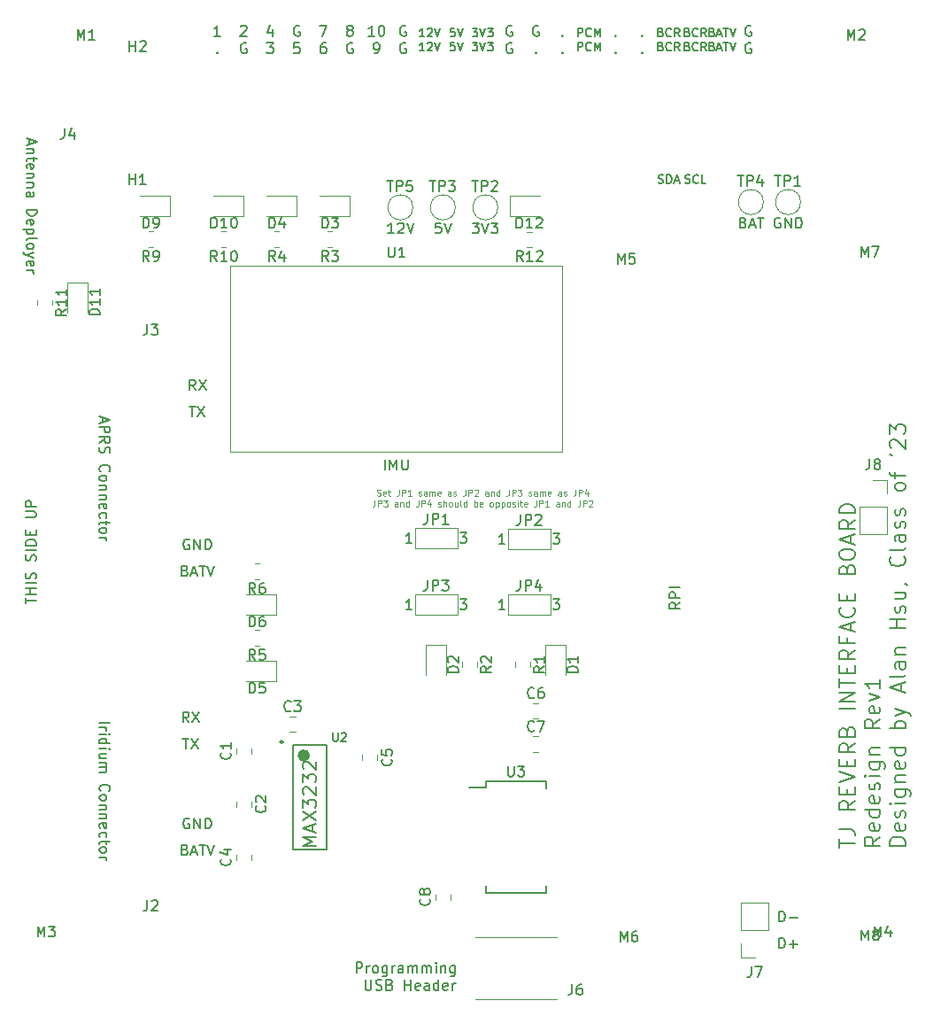
<source format=gbr>
%TF.GenerationSoftware,KiCad,Pcbnew,(5.1.9)-1*%
%TF.CreationDate,2021-10-13T18:07:22-04:00*%
%TF.ProjectId,REVERB Interface,52455645-5242-4204-996e-746572666163,rev?*%
%TF.SameCoordinates,Original*%
%TF.FileFunction,Legend,Top*%
%TF.FilePolarity,Positive*%
%FSLAX46Y46*%
G04 Gerber Fmt 4.6, Leading zero omitted, Abs format (unit mm)*
G04 Created by KiCad (PCBNEW (5.1.9)-1) date 2021-10-13 18:07:22*
%MOMM*%
%LPD*%
G01*
G04 APERTURE LIST*
%ADD10C,0.150000*%
%ADD11C,0.125000*%
%ADD12C,0.120000*%
%ADD13C,0.599999*%
%ADD14C,0.249999*%
G04 APERTURE END LIST*
D10*
X182118095Y-71636000D02*
X182022857Y-71588380D01*
X181880000Y-71588380D01*
X181737142Y-71636000D01*
X181641904Y-71731238D01*
X181594285Y-71826476D01*
X181546666Y-72016952D01*
X181546666Y-72159809D01*
X181594285Y-72350285D01*
X181641904Y-72445523D01*
X181737142Y-72540761D01*
X181880000Y-72588380D01*
X181975238Y-72588380D01*
X182118095Y-72540761D01*
X182165714Y-72493142D01*
X182165714Y-72159809D01*
X181975238Y-72159809D01*
X182594285Y-72588380D02*
X182594285Y-71588380D01*
X183165714Y-72588380D01*
X183165714Y-71588380D01*
X183641904Y-72588380D02*
X183641904Y-71588380D01*
X183880000Y-71588380D01*
X184022857Y-71636000D01*
X184118095Y-71731238D01*
X184165714Y-71826476D01*
X184213333Y-72016952D01*
X184213333Y-72159809D01*
X184165714Y-72350285D01*
X184118095Y-72445523D01*
X184022857Y-72540761D01*
X183880000Y-72588380D01*
X183641904Y-72588380D01*
X178585904Y-72064571D02*
X178728761Y-72112190D01*
X178776380Y-72159809D01*
X178824000Y-72255047D01*
X178824000Y-72397904D01*
X178776380Y-72493142D01*
X178728761Y-72540761D01*
X178633523Y-72588380D01*
X178252571Y-72588380D01*
X178252571Y-71588380D01*
X178585904Y-71588380D01*
X178681142Y-71636000D01*
X178728761Y-71683619D01*
X178776380Y-71778857D01*
X178776380Y-71874095D01*
X178728761Y-71969333D01*
X178681142Y-72016952D01*
X178585904Y-72064571D01*
X178252571Y-72064571D01*
X179204952Y-72302666D02*
X179681142Y-72302666D01*
X179109714Y-72588380D02*
X179443047Y-71588380D01*
X179776380Y-72588380D01*
X179966857Y-71588380D02*
X180538285Y-71588380D01*
X180252571Y-72588380D02*
X180252571Y-71588380D01*
X152685904Y-72096380D02*
X153304952Y-72096380D01*
X152971619Y-72477333D01*
X153114476Y-72477333D01*
X153209714Y-72524952D01*
X153257333Y-72572571D01*
X153304952Y-72667809D01*
X153304952Y-72905904D01*
X153257333Y-73001142D01*
X153209714Y-73048761D01*
X153114476Y-73096380D01*
X152828761Y-73096380D01*
X152733523Y-73048761D01*
X152685904Y-73001142D01*
X153590666Y-72096380D02*
X153924000Y-73096380D01*
X154257333Y-72096380D01*
X154495428Y-72096380D02*
X155114476Y-72096380D01*
X154781142Y-72477333D01*
X154924000Y-72477333D01*
X155019238Y-72524952D01*
X155066857Y-72572571D01*
X155114476Y-72667809D01*
X155114476Y-72905904D01*
X155066857Y-73001142D01*
X155019238Y-73048761D01*
X154924000Y-73096380D01*
X154638285Y-73096380D01*
X154543047Y-73048761D01*
X154495428Y-73001142D01*
X149669523Y-72096380D02*
X149193333Y-72096380D01*
X149145714Y-72572571D01*
X149193333Y-72524952D01*
X149288571Y-72477333D01*
X149526666Y-72477333D01*
X149621904Y-72524952D01*
X149669523Y-72572571D01*
X149717142Y-72667809D01*
X149717142Y-72905904D01*
X149669523Y-73001142D01*
X149621904Y-73048761D01*
X149526666Y-73096380D01*
X149288571Y-73096380D01*
X149193333Y-73048761D01*
X149145714Y-73001142D01*
X150002857Y-72096380D02*
X150336190Y-73096380D01*
X150669523Y-72096380D01*
X145176952Y-73096380D02*
X144605523Y-73096380D01*
X144891238Y-73096380D02*
X144891238Y-72096380D01*
X144796000Y-72239238D01*
X144700761Y-72334476D01*
X144605523Y-72382095D01*
X145557904Y-72191619D02*
X145605523Y-72144000D01*
X145700761Y-72096380D01*
X145938857Y-72096380D01*
X146034095Y-72144000D01*
X146081714Y-72191619D01*
X146129333Y-72286857D01*
X146129333Y-72382095D01*
X146081714Y-72524952D01*
X145510285Y-73096380D01*
X146129333Y-73096380D01*
X146415047Y-72096380D02*
X146748380Y-73096380D01*
X147081714Y-72096380D01*
X181999047Y-138882380D02*
X181999047Y-137882380D01*
X182237142Y-137882380D01*
X182380000Y-137930000D01*
X182475238Y-138025238D01*
X182522857Y-138120476D01*
X182570476Y-138310952D01*
X182570476Y-138453809D01*
X182522857Y-138644285D01*
X182475238Y-138739523D01*
X182380000Y-138834761D01*
X182237142Y-138882380D01*
X181999047Y-138882380D01*
X182999047Y-138501428D02*
X183760952Y-138501428D01*
X181999047Y-141422380D02*
X181999047Y-140422380D01*
X182237142Y-140422380D01*
X182380000Y-140470000D01*
X182475238Y-140565238D01*
X182522857Y-140660476D01*
X182570476Y-140850952D01*
X182570476Y-140993809D01*
X182522857Y-141184285D01*
X182475238Y-141279523D01*
X182380000Y-141374761D01*
X182237142Y-141422380D01*
X181999047Y-141422380D01*
X182999047Y-141041428D02*
X183760952Y-141041428D01*
X183380000Y-141422380D02*
X183380000Y-140660476D01*
D11*
X143570000Y-98155357D02*
X143655714Y-98183928D01*
X143798571Y-98183928D01*
X143855714Y-98155357D01*
X143884285Y-98126785D01*
X143912857Y-98069642D01*
X143912857Y-98012500D01*
X143884285Y-97955357D01*
X143855714Y-97926785D01*
X143798571Y-97898214D01*
X143684285Y-97869642D01*
X143627142Y-97841071D01*
X143598571Y-97812500D01*
X143570000Y-97755357D01*
X143570000Y-97698214D01*
X143598571Y-97641071D01*
X143627142Y-97612500D01*
X143684285Y-97583928D01*
X143827142Y-97583928D01*
X143912857Y-97612500D01*
X144398571Y-98155357D02*
X144341428Y-98183928D01*
X144227142Y-98183928D01*
X144170000Y-98155357D01*
X144141428Y-98098214D01*
X144141428Y-97869642D01*
X144170000Y-97812500D01*
X144227142Y-97783928D01*
X144341428Y-97783928D01*
X144398571Y-97812500D01*
X144427142Y-97869642D01*
X144427142Y-97926785D01*
X144141428Y-97983928D01*
X144598571Y-97783928D02*
X144827142Y-97783928D01*
X144684285Y-97583928D02*
X144684285Y-98098214D01*
X144712857Y-98155357D01*
X144770000Y-98183928D01*
X144827142Y-98183928D01*
X145655714Y-97583928D02*
X145655714Y-98012500D01*
X145627142Y-98098214D01*
X145570000Y-98155357D01*
X145484285Y-98183928D01*
X145427142Y-98183928D01*
X145941428Y-98183928D02*
X145941428Y-97583928D01*
X146170000Y-97583928D01*
X146227142Y-97612500D01*
X146255714Y-97641071D01*
X146284285Y-97698214D01*
X146284285Y-97783928D01*
X146255714Y-97841071D01*
X146227142Y-97869642D01*
X146170000Y-97898214D01*
X145941428Y-97898214D01*
X146855714Y-98183928D02*
X146512857Y-98183928D01*
X146684285Y-98183928D02*
X146684285Y-97583928D01*
X146627142Y-97669642D01*
X146570000Y-97726785D01*
X146512857Y-97755357D01*
X147541428Y-98155357D02*
X147598571Y-98183928D01*
X147712857Y-98183928D01*
X147770000Y-98155357D01*
X147798571Y-98098214D01*
X147798571Y-98069642D01*
X147770000Y-98012500D01*
X147712857Y-97983928D01*
X147627142Y-97983928D01*
X147570000Y-97955357D01*
X147541428Y-97898214D01*
X147541428Y-97869642D01*
X147570000Y-97812500D01*
X147627142Y-97783928D01*
X147712857Y-97783928D01*
X147770000Y-97812500D01*
X148312857Y-98183928D02*
X148312857Y-97869642D01*
X148284285Y-97812500D01*
X148227142Y-97783928D01*
X148112857Y-97783928D01*
X148055714Y-97812500D01*
X148312857Y-98155357D02*
X148255714Y-98183928D01*
X148112857Y-98183928D01*
X148055714Y-98155357D01*
X148027142Y-98098214D01*
X148027142Y-98041071D01*
X148055714Y-97983928D01*
X148112857Y-97955357D01*
X148255714Y-97955357D01*
X148312857Y-97926785D01*
X148598571Y-98183928D02*
X148598571Y-97783928D01*
X148598571Y-97841071D02*
X148627142Y-97812500D01*
X148684285Y-97783928D01*
X148770000Y-97783928D01*
X148827142Y-97812500D01*
X148855714Y-97869642D01*
X148855714Y-98183928D01*
X148855714Y-97869642D02*
X148884285Y-97812500D01*
X148941428Y-97783928D01*
X149027142Y-97783928D01*
X149084285Y-97812500D01*
X149112857Y-97869642D01*
X149112857Y-98183928D01*
X149627142Y-98155357D02*
X149570000Y-98183928D01*
X149455714Y-98183928D01*
X149398571Y-98155357D01*
X149370000Y-98098214D01*
X149370000Y-97869642D01*
X149398571Y-97812500D01*
X149455714Y-97783928D01*
X149570000Y-97783928D01*
X149627142Y-97812500D01*
X149655714Y-97869642D01*
X149655714Y-97926785D01*
X149370000Y-97983928D01*
X150627142Y-98183928D02*
X150627142Y-97869642D01*
X150598571Y-97812500D01*
X150541428Y-97783928D01*
X150427142Y-97783928D01*
X150370000Y-97812500D01*
X150627142Y-98155357D02*
X150570000Y-98183928D01*
X150427142Y-98183928D01*
X150370000Y-98155357D01*
X150341428Y-98098214D01*
X150341428Y-98041071D01*
X150370000Y-97983928D01*
X150427142Y-97955357D01*
X150570000Y-97955357D01*
X150627142Y-97926785D01*
X150884285Y-98155357D02*
X150941428Y-98183928D01*
X151055714Y-98183928D01*
X151112857Y-98155357D01*
X151141428Y-98098214D01*
X151141428Y-98069642D01*
X151112857Y-98012500D01*
X151055714Y-97983928D01*
X150970000Y-97983928D01*
X150912857Y-97955357D01*
X150884285Y-97898214D01*
X150884285Y-97869642D01*
X150912857Y-97812500D01*
X150970000Y-97783928D01*
X151055714Y-97783928D01*
X151112857Y-97812500D01*
X152027142Y-97583928D02*
X152027142Y-98012500D01*
X151998571Y-98098214D01*
X151941428Y-98155357D01*
X151855714Y-98183928D01*
X151798571Y-98183928D01*
X152312857Y-98183928D02*
X152312857Y-97583928D01*
X152541428Y-97583928D01*
X152598571Y-97612500D01*
X152627142Y-97641071D01*
X152655714Y-97698214D01*
X152655714Y-97783928D01*
X152627142Y-97841071D01*
X152598571Y-97869642D01*
X152541428Y-97898214D01*
X152312857Y-97898214D01*
X152884285Y-97641071D02*
X152912857Y-97612500D01*
X152970000Y-97583928D01*
X153112857Y-97583928D01*
X153170000Y-97612500D01*
X153198571Y-97641071D01*
X153227142Y-97698214D01*
X153227142Y-97755357D01*
X153198571Y-97841071D01*
X152855714Y-98183928D01*
X153227142Y-98183928D01*
X154198571Y-98183928D02*
X154198571Y-97869642D01*
X154170000Y-97812500D01*
X154112857Y-97783928D01*
X153998571Y-97783928D01*
X153941428Y-97812500D01*
X154198571Y-98155357D02*
X154141428Y-98183928D01*
X153998571Y-98183928D01*
X153941428Y-98155357D01*
X153912857Y-98098214D01*
X153912857Y-98041071D01*
X153941428Y-97983928D01*
X153998571Y-97955357D01*
X154141428Y-97955357D01*
X154198571Y-97926785D01*
X154484285Y-97783928D02*
X154484285Y-98183928D01*
X154484285Y-97841071D02*
X154512857Y-97812500D01*
X154570000Y-97783928D01*
X154655714Y-97783928D01*
X154712857Y-97812500D01*
X154741428Y-97869642D01*
X154741428Y-98183928D01*
X155284285Y-98183928D02*
X155284285Y-97583928D01*
X155284285Y-98155357D02*
X155227142Y-98183928D01*
X155112857Y-98183928D01*
X155055714Y-98155357D01*
X155027142Y-98126785D01*
X154998571Y-98069642D01*
X154998571Y-97898214D01*
X155027142Y-97841071D01*
X155055714Y-97812500D01*
X155112857Y-97783928D01*
X155227142Y-97783928D01*
X155284285Y-97812500D01*
X156198571Y-97583928D02*
X156198571Y-98012500D01*
X156170000Y-98098214D01*
X156112857Y-98155357D01*
X156027142Y-98183928D01*
X155970000Y-98183928D01*
X156484285Y-98183928D02*
X156484285Y-97583928D01*
X156712857Y-97583928D01*
X156770000Y-97612500D01*
X156798571Y-97641071D01*
X156827142Y-97698214D01*
X156827142Y-97783928D01*
X156798571Y-97841071D01*
X156770000Y-97869642D01*
X156712857Y-97898214D01*
X156484285Y-97898214D01*
X157027142Y-97583928D02*
X157398571Y-97583928D01*
X157198571Y-97812500D01*
X157284285Y-97812500D01*
X157341428Y-97841071D01*
X157370000Y-97869642D01*
X157398571Y-97926785D01*
X157398571Y-98069642D01*
X157370000Y-98126785D01*
X157341428Y-98155357D01*
X157284285Y-98183928D01*
X157112857Y-98183928D01*
X157055714Y-98155357D01*
X157027142Y-98126785D01*
X158084285Y-98155357D02*
X158141428Y-98183928D01*
X158255714Y-98183928D01*
X158312857Y-98155357D01*
X158341428Y-98098214D01*
X158341428Y-98069642D01*
X158312857Y-98012500D01*
X158255714Y-97983928D01*
X158170000Y-97983928D01*
X158112857Y-97955357D01*
X158084285Y-97898214D01*
X158084285Y-97869642D01*
X158112857Y-97812500D01*
X158170000Y-97783928D01*
X158255714Y-97783928D01*
X158312857Y-97812500D01*
X158855714Y-98183928D02*
X158855714Y-97869642D01*
X158827142Y-97812500D01*
X158770000Y-97783928D01*
X158655714Y-97783928D01*
X158598571Y-97812500D01*
X158855714Y-98155357D02*
X158798571Y-98183928D01*
X158655714Y-98183928D01*
X158598571Y-98155357D01*
X158570000Y-98098214D01*
X158570000Y-98041071D01*
X158598571Y-97983928D01*
X158655714Y-97955357D01*
X158798571Y-97955357D01*
X158855714Y-97926785D01*
X159141428Y-98183928D02*
X159141428Y-97783928D01*
X159141428Y-97841071D02*
X159170000Y-97812500D01*
X159227142Y-97783928D01*
X159312857Y-97783928D01*
X159370000Y-97812500D01*
X159398571Y-97869642D01*
X159398571Y-98183928D01*
X159398571Y-97869642D02*
X159427142Y-97812500D01*
X159484285Y-97783928D01*
X159570000Y-97783928D01*
X159627142Y-97812500D01*
X159655714Y-97869642D01*
X159655714Y-98183928D01*
X160170000Y-98155357D02*
X160112857Y-98183928D01*
X159998571Y-98183928D01*
X159941428Y-98155357D01*
X159912857Y-98098214D01*
X159912857Y-97869642D01*
X159941428Y-97812500D01*
X159998571Y-97783928D01*
X160112857Y-97783928D01*
X160170000Y-97812500D01*
X160198571Y-97869642D01*
X160198571Y-97926785D01*
X159912857Y-97983928D01*
X161170000Y-98183928D02*
X161170000Y-97869642D01*
X161141428Y-97812500D01*
X161084285Y-97783928D01*
X160970000Y-97783928D01*
X160912857Y-97812500D01*
X161170000Y-98155357D02*
X161112857Y-98183928D01*
X160970000Y-98183928D01*
X160912857Y-98155357D01*
X160884285Y-98098214D01*
X160884285Y-98041071D01*
X160912857Y-97983928D01*
X160970000Y-97955357D01*
X161112857Y-97955357D01*
X161170000Y-97926785D01*
X161427142Y-98155357D02*
X161484285Y-98183928D01*
X161598571Y-98183928D01*
X161655714Y-98155357D01*
X161684285Y-98098214D01*
X161684285Y-98069642D01*
X161655714Y-98012500D01*
X161598571Y-97983928D01*
X161512857Y-97983928D01*
X161455714Y-97955357D01*
X161427142Y-97898214D01*
X161427142Y-97869642D01*
X161455714Y-97812500D01*
X161512857Y-97783928D01*
X161598571Y-97783928D01*
X161655714Y-97812500D01*
X162570000Y-97583928D02*
X162570000Y-98012500D01*
X162541428Y-98098214D01*
X162484285Y-98155357D01*
X162398571Y-98183928D01*
X162341428Y-98183928D01*
X162855714Y-98183928D02*
X162855714Y-97583928D01*
X163084285Y-97583928D01*
X163141428Y-97612500D01*
X163170000Y-97641071D01*
X163198571Y-97698214D01*
X163198571Y-97783928D01*
X163170000Y-97841071D01*
X163141428Y-97869642D01*
X163084285Y-97898214D01*
X162855714Y-97898214D01*
X163712857Y-97783928D02*
X163712857Y-98183928D01*
X163570000Y-97555357D02*
X163427142Y-97983928D01*
X163798571Y-97983928D01*
X143355714Y-98608928D02*
X143355714Y-99037500D01*
X143327142Y-99123214D01*
X143270000Y-99180357D01*
X143184285Y-99208928D01*
X143127142Y-99208928D01*
X143641428Y-99208928D02*
X143641428Y-98608928D01*
X143870000Y-98608928D01*
X143927142Y-98637500D01*
X143955714Y-98666071D01*
X143984285Y-98723214D01*
X143984285Y-98808928D01*
X143955714Y-98866071D01*
X143927142Y-98894642D01*
X143870000Y-98923214D01*
X143641428Y-98923214D01*
X144184285Y-98608928D02*
X144555714Y-98608928D01*
X144355714Y-98837500D01*
X144441428Y-98837500D01*
X144498571Y-98866071D01*
X144527142Y-98894642D01*
X144555714Y-98951785D01*
X144555714Y-99094642D01*
X144527142Y-99151785D01*
X144498571Y-99180357D01*
X144441428Y-99208928D01*
X144270000Y-99208928D01*
X144212857Y-99180357D01*
X144184285Y-99151785D01*
X145527142Y-99208928D02*
X145527142Y-98894642D01*
X145498571Y-98837500D01*
X145441428Y-98808928D01*
X145327142Y-98808928D01*
X145270000Y-98837500D01*
X145527142Y-99180357D02*
X145470000Y-99208928D01*
X145327142Y-99208928D01*
X145270000Y-99180357D01*
X145241428Y-99123214D01*
X145241428Y-99066071D01*
X145270000Y-99008928D01*
X145327142Y-98980357D01*
X145470000Y-98980357D01*
X145527142Y-98951785D01*
X145812857Y-98808928D02*
X145812857Y-99208928D01*
X145812857Y-98866071D02*
X145841428Y-98837500D01*
X145898571Y-98808928D01*
X145984285Y-98808928D01*
X146041428Y-98837500D01*
X146070000Y-98894642D01*
X146070000Y-99208928D01*
X146612857Y-99208928D02*
X146612857Y-98608928D01*
X146612857Y-99180357D02*
X146555714Y-99208928D01*
X146441428Y-99208928D01*
X146384285Y-99180357D01*
X146355714Y-99151785D01*
X146327142Y-99094642D01*
X146327142Y-98923214D01*
X146355714Y-98866071D01*
X146384285Y-98837500D01*
X146441428Y-98808928D01*
X146555714Y-98808928D01*
X146612857Y-98837500D01*
X147527142Y-98608928D02*
X147527142Y-99037500D01*
X147498571Y-99123214D01*
X147441428Y-99180357D01*
X147355714Y-99208928D01*
X147298571Y-99208928D01*
X147812857Y-99208928D02*
X147812857Y-98608928D01*
X148041428Y-98608928D01*
X148098571Y-98637500D01*
X148127142Y-98666071D01*
X148155714Y-98723214D01*
X148155714Y-98808928D01*
X148127142Y-98866071D01*
X148098571Y-98894642D01*
X148041428Y-98923214D01*
X147812857Y-98923214D01*
X148670000Y-98808928D02*
X148670000Y-99208928D01*
X148527142Y-98580357D02*
X148384285Y-99008928D01*
X148755714Y-99008928D01*
X149412857Y-99180357D02*
X149470000Y-99208928D01*
X149584285Y-99208928D01*
X149641428Y-99180357D01*
X149670000Y-99123214D01*
X149670000Y-99094642D01*
X149641428Y-99037500D01*
X149584285Y-99008928D01*
X149498571Y-99008928D01*
X149441428Y-98980357D01*
X149412857Y-98923214D01*
X149412857Y-98894642D01*
X149441428Y-98837500D01*
X149498571Y-98808928D01*
X149584285Y-98808928D01*
X149641428Y-98837500D01*
X149927142Y-99208928D02*
X149927142Y-98608928D01*
X150184285Y-99208928D02*
X150184285Y-98894642D01*
X150155714Y-98837500D01*
X150098571Y-98808928D01*
X150012857Y-98808928D01*
X149955714Y-98837500D01*
X149927142Y-98866071D01*
X150555714Y-99208928D02*
X150498571Y-99180357D01*
X150470000Y-99151785D01*
X150441428Y-99094642D01*
X150441428Y-98923214D01*
X150470000Y-98866071D01*
X150498571Y-98837500D01*
X150555714Y-98808928D01*
X150641428Y-98808928D01*
X150698571Y-98837500D01*
X150727142Y-98866071D01*
X150755714Y-98923214D01*
X150755714Y-99094642D01*
X150727142Y-99151785D01*
X150698571Y-99180357D01*
X150641428Y-99208928D01*
X150555714Y-99208928D01*
X151270000Y-98808928D02*
X151270000Y-99208928D01*
X151012857Y-98808928D02*
X151012857Y-99123214D01*
X151041428Y-99180357D01*
X151098571Y-99208928D01*
X151184285Y-99208928D01*
X151241428Y-99180357D01*
X151270000Y-99151785D01*
X151641428Y-99208928D02*
X151584285Y-99180357D01*
X151555714Y-99123214D01*
X151555714Y-98608928D01*
X152127142Y-99208928D02*
X152127142Y-98608928D01*
X152127142Y-99180357D02*
X152070000Y-99208928D01*
X151955714Y-99208928D01*
X151898571Y-99180357D01*
X151870000Y-99151785D01*
X151841428Y-99094642D01*
X151841428Y-98923214D01*
X151870000Y-98866071D01*
X151898571Y-98837500D01*
X151955714Y-98808928D01*
X152070000Y-98808928D01*
X152127142Y-98837500D01*
X152870000Y-99208928D02*
X152870000Y-98608928D01*
X152870000Y-98837500D02*
X152927142Y-98808928D01*
X153041428Y-98808928D01*
X153098571Y-98837500D01*
X153127142Y-98866071D01*
X153155714Y-98923214D01*
X153155714Y-99094642D01*
X153127142Y-99151785D01*
X153098571Y-99180357D01*
X153041428Y-99208928D01*
X152927142Y-99208928D01*
X152870000Y-99180357D01*
X153641428Y-99180357D02*
X153584285Y-99208928D01*
X153470000Y-99208928D01*
X153412857Y-99180357D01*
X153384285Y-99123214D01*
X153384285Y-98894642D01*
X153412857Y-98837500D01*
X153470000Y-98808928D01*
X153584285Y-98808928D01*
X153641428Y-98837500D01*
X153670000Y-98894642D01*
X153670000Y-98951785D01*
X153384285Y-99008928D01*
X154470000Y-99208928D02*
X154412857Y-99180357D01*
X154384285Y-99151785D01*
X154355714Y-99094642D01*
X154355714Y-98923214D01*
X154384285Y-98866071D01*
X154412857Y-98837500D01*
X154470000Y-98808928D01*
X154555714Y-98808928D01*
X154612857Y-98837500D01*
X154641428Y-98866071D01*
X154670000Y-98923214D01*
X154670000Y-99094642D01*
X154641428Y-99151785D01*
X154612857Y-99180357D01*
X154555714Y-99208928D01*
X154470000Y-99208928D01*
X154927142Y-98808928D02*
X154927142Y-99408928D01*
X154927142Y-98837500D02*
X154984285Y-98808928D01*
X155098571Y-98808928D01*
X155155714Y-98837500D01*
X155184285Y-98866071D01*
X155212857Y-98923214D01*
X155212857Y-99094642D01*
X155184285Y-99151785D01*
X155155714Y-99180357D01*
X155098571Y-99208928D01*
X154984285Y-99208928D01*
X154927142Y-99180357D01*
X155470000Y-98808928D02*
X155470000Y-99408928D01*
X155470000Y-98837500D02*
X155527142Y-98808928D01*
X155641428Y-98808928D01*
X155698571Y-98837500D01*
X155727142Y-98866071D01*
X155755714Y-98923214D01*
X155755714Y-99094642D01*
X155727142Y-99151785D01*
X155698571Y-99180357D01*
X155641428Y-99208928D01*
X155527142Y-99208928D01*
X155470000Y-99180357D01*
X156098571Y-99208928D02*
X156041428Y-99180357D01*
X156012857Y-99151785D01*
X155984285Y-99094642D01*
X155984285Y-98923214D01*
X156012857Y-98866071D01*
X156041428Y-98837500D01*
X156098571Y-98808928D01*
X156184285Y-98808928D01*
X156241428Y-98837500D01*
X156270000Y-98866071D01*
X156298571Y-98923214D01*
X156298571Y-99094642D01*
X156270000Y-99151785D01*
X156241428Y-99180357D01*
X156184285Y-99208928D01*
X156098571Y-99208928D01*
X156527142Y-99180357D02*
X156584285Y-99208928D01*
X156698571Y-99208928D01*
X156755714Y-99180357D01*
X156784285Y-99123214D01*
X156784285Y-99094642D01*
X156755714Y-99037500D01*
X156698571Y-99008928D01*
X156612857Y-99008928D01*
X156555714Y-98980357D01*
X156527142Y-98923214D01*
X156527142Y-98894642D01*
X156555714Y-98837500D01*
X156612857Y-98808928D01*
X156698571Y-98808928D01*
X156755714Y-98837500D01*
X157041428Y-99208928D02*
X157041428Y-98808928D01*
X157041428Y-98608928D02*
X157012857Y-98637500D01*
X157041428Y-98666071D01*
X157070000Y-98637500D01*
X157041428Y-98608928D01*
X157041428Y-98666071D01*
X157241428Y-98808928D02*
X157470000Y-98808928D01*
X157327142Y-98608928D02*
X157327142Y-99123214D01*
X157355714Y-99180357D01*
X157412857Y-99208928D01*
X157470000Y-99208928D01*
X157898571Y-99180357D02*
X157841428Y-99208928D01*
X157727142Y-99208928D01*
X157670000Y-99180357D01*
X157641428Y-99123214D01*
X157641428Y-98894642D01*
X157670000Y-98837500D01*
X157727142Y-98808928D01*
X157841428Y-98808928D01*
X157898571Y-98837500D01*
X157927142Y-98894642D01*
X157927142Y-98951785D01*
X157641428Y-99008928D01*
X158812857Y-98608928D02*
X158812857Y-99037500D01*
X158784285Y-99123214D01*
X158727142Y-99180357D01*
X158641428Y-99208928D01*
X158584285Y-99208928D01*
X159098571Y-99208928D02*
X159098571Y-98608928D01*
X159327142Y-98608928D01*
X159384285Y-98637500D01*
X159412857Y-98666071D01*
X159441428Y-98723214D01*
X159441428Y-98808928D01*
X159412857Y-98866071D01*
X159384285Y-98894642D01*
X159327142Y-98923214D01*
X159098571Y-98923214D01*
X160012857Y-99208928D02*
X159670000Y-99208928D01*
X159841428Y-99208928D02*
X159841428Y-98608928D01*
X159784285Y-98694642D01*
X159727142Y-98751785D01*
X159670000Y-98780357D01*
X160984285Y-99208928D02*
X160984285Y-98894642D01*
X160955714Y-98837500D01*
X160898571Y-98808928D01*
X160784285Y-98808928D01*
X160727142Y-98837500D01*
X160984285Y-99180357D02*
X160927142Y-99208928D01*
X160784285Y-99208928D01*
X160727142Y-99180357D01*
X160698571Y-99123214D01*
X160698571Y-99066071D01*
X160727142Y-99008928D01*
X160784285Y-98980357D01*
X160927142Y-98980357D01*
X160984285Y-98951785D01*
X161270000Y-98808928D02*
X161270000Y-99208928D01*
X161270000Y-98866071D02*
X161298571Y-98837500D01*
X161355714Y-98808928D01*
X161441428Y-98808928D01*
X161498571Y-98837500D01*
X161527142Y-98894642D01*
X161527142Y-99208928D01*
X162070000Y-99208928D02*
X162070000Y-98608928D01*
X162070000Y-99180357D02*
X162012857Y-99208928D01*
X161898571Y-99208928D01*
X161841428Y-99180357D01*
X161812857Y-99151785D01*
X161784285Y-99094642D01*
X161784285Y-98923214D01*
X161812857Y-98866071D01*
X161841428Y-98837500D01*
X161898571Y-98808928D01*
X162012857Y-98808928D01*
X162070000Y-98837500D01*
X162984285Y-98608928D02*
X162984285Y-99037500D01*
X162955714Y-99123214D01*
X162898571Y-99180357D01*
X162812857Y-99208928D01*
X162755714Y-99208928D01*
X163270000Y-99208928D02*
X163270000Y-98608928D01*
X163498571Y-98608928D01*
X163555714Y-98637500D01*
X163584285Y-98666071D01*
X163612857Y-98723214D01*
X163612857Y-98808928D01*
X163584285Y-98866071D01*
X163555714Y-98894642D01*
X163498571Y-98923214D01*
X163270000Y-98923214D01*
X163841428Y-98666071D02*
X163870000Y-98637500D01*
X163927142Y-98608928D01*
X164070000Y-98608928D01*
X164127142Y-98637500D01*
X164155714Y-98666071D01*
X164184285Y-98723214D01*
X164184285Y-98780357D01*
X164155714Y-98866071D01*
X163812857Y-99208928D01*
X164184285Y-99208928D01*
D10*
X172537380Y-108378571D02*
X172061190Y-108711904D01*
X172537380Y-108950000D02*
X171537380Y-108950000D01*
X171537380Y-108569047D01*
X171585000Y-108473809D01*
X171632619Y-108426190D01*
X171727857Y-108378571D01*
X171870714Y-108378571D01*
X171965952Y-108426190D01*
X172013571Y-108473809D01*
X172061190Y-108569047D01*
X172061190Y-108950000D01*
X172537380Y-107950000D02*
X171537380Y-107950000D01*
X171537380Y-107569047D01*
X171585000Y-107473809D01*
X171632619Y-107426190D01*
X171727857Y-107378571D01*
X171870714Y-107378571D01*
X171965952Y-107426190D01*
X172013571Y-107473809D01*
X172061190Y-107569047D01*
X172061190Y-107950000D01*
X172537380Y-106950000D02*
X171537380Y-106950000D01*
X110323333Y-64127857D02*
X110323333Y-64604047D01*
X110037619Y-64032619D02*
X111037619Y-64365952D01*
X110037619Y-64699285D01*
X110704285Y-65032619D02*
X110037619Y-65032619D01*
X110609047Y-65032619D02*
X110656666Y-65080238D01*
X110704285Y-65175476D01*
X110704285Y-65318333D01*
X110656666Y-65413571D01*
X110561428Y-65461190D01*
X110037619Y-65461190D01*
X110704285Y-65794523D02*
X110704285Y-66175476D01*
X111037619Y-65937380D02*
X110180476Y-65937380D01*
X110085238Y-65985000D01*
X110037619Y-66080238D01*
X110037619Y-66175476D01*
X110085238Y-66889761D02*
X110037619Y-66794523D01*
X110037619Y-66604047D01*
X110085238Y-66508809D01*
X110180476Y-66461190D01*
X110561428Y-66461190D01*
X110656666Y-66508809D01*
X110704285Y-66604047D01*
X110704285Y-66794523D01*
X110656666Y-66889761D01*
X110561428Y-66937380D01*
X110466190Y-66937380D01*
X110370952Y-66461190D01*
X110704285Y-67365952D02*
X110037619Y-67365952D01*
X110609047Y-67365952D02*
X110656666Y-67413571D01*
X110704285Y-67508809D01*
X110704285Y-67651666D01*
X110656666Y-67746904D01*
X110561428Y-67794523D01*
X110037619Y-67794523D01*
X110704285Y-68270714D02*
X110037619Y-68270714D01*
X110609047Y-68270714D02*
X110656666Y-68318333D01*
X110704285Y-68413571D01*
X110704285Y-68556428D01*
X110656666Y-68651666D01*
X110561428Y-68699285D01*
X110037619Y-68699285D01*
X110037619Y-69604047D02*
X110561428Y-69604047D01*
X110656666Y-69556428D01*
X110704285Y-69461190D01*
X110704285Y-69270714D01*
X110656666Y-69175476D01*
X110085238Y-69604047D02*
X110037619Y-69508809D01*
X110037619Y-69270714D01*
X110085238Y-69175476D01*
X110180476Y-69127857D01*
X110275714Y-69127857D01*
X110370952Y-69175476D01*
X110418571Y-69270714D01*
X110418571Y-69508809D01*
X110466190Y-69604047D01*
X110037619Y-70842142D02*
X111037619Y-70842142D01*
X111037619Y-71080238D01*
X110990000Y-71223095D01*
X110894761Y-71318333D01*
X110799523Y-71365952D01*
X110609047Y-71413571D01*
X110466190Y-71413571D01*
X110275714Y-71365952D01*
X110180476Y-71318333D01*
X110085238Y-71223095D01*
X110037619Y-71080238D01*
X110037619Y-70842142D01*
X110085238Y-72223095D02*
X110037619Y-72127857D01*
X110037619Y-71937380D01*
X110085238Y-71842142D01*
X110180476Y-71794523D01*
X110561428Y-71794523D01*
X110656666Y-71842142D01*
X110704285Y-71937380D01*
X110704285Y-72127857D01*
X110656666Y-72223095D01*
X110561428Y-72270714D01*
X110466190Y-72270714D01*
X110370952Y-71794523D01*
X110704285Y-72699285D02*
X109704285Y-72699285D01*
X110656666Y-72699285D02*
X110704285Y-72794523D01*
X110704285Y-72985000D01*
X110656666Y-73080238D01*
X110609047Y-73127857D01*
X110513809Y-73175476D01*
X110228095Y-73175476D01*
X110132857Y-73127857D01*
X110085238Y-73080238D01*
X110037619Y-72985000D01*
X110037619Y-72794523D01*
X110085238Y-72699285D01*
X110037619Y-73746904D02*
X110085238Y-73651666D01*
X110180476Y-73604047D01*
X111037619Y-73604047D01*
X110037619Y-74270714D02*
X110085238Y-74175476D01*
X110132857Y-74127857D01*
X110228095Y-74080238D01*
X110513809Y-74080238D01*
X110609047Y-74127857D01*
X110656666Y-74175476D01*
X110704285Y-74270714D01*
X110704285Y-74413571D01*
X110656666Y-74508809D01*
X110609047Y-74556428D01*
X110513809Y-74604047D01*
X110228095Y-74604047D01*
X110132857Y-74556428D01*
X110085238Y-74508809D01*
X110037619Y-74413571D01*
X110037619Y-74270714D01*
X110704285Y-74937380D02*
X110037619Y-75175476D01*
X110704285Y-75413571D02*
X110037619Y-75175476D01*
X109799523Y-75080238D01*
X109751904Y-75032619D01*
X109704285Y-74937380D01*
X110085238Y-76175476D02*
X110037619Y-76080238D01*
X110037619Y-75889761D01*
X110085238Y-75794523D01*
X110180476Y-75746904D01*
X110561428Y-75746904D01*
X110656666Y-75794523D01*
X110704285Y-75889761D01*
X110704285Y-76080238D01*
X110656666Y-76175476D01*
X110561428Y-76223095D01*
X110466190Y-76223095D01*
X110370952Y-75746904D01*
X110037619Y-76651666D02*
X110704285Y-76651666D01*
X110513809Y-76651666D02*
X110609047Y-76699285D01*
X110656666Y-76746904D01*
X110704285Y-76842142D01*
X110704285Y-76937380D01*
X117308333Y-90662857D02*
X117308333Y-91139047D01*
X117022619Y-90567619D02*
X118022619Y-90900952D01*
X117022619Y-91234285D01*
X117022619Y-91567619D02*
X118022619Y-91567619D01*
X118022619Y-91948571D01*
X117975000Y-92043809D01*
X117927380Y-92091428D01*
X117832142Y-92139047D01*
X117689285Y-92139047D01*
X117594047Y-92091428D01*
X117546428Y-92043809D01*
X117498809Y-91948571D01*
X117498809Y-91567619D01*
X117022619Y-93139047D02*
X117498809Y-92805714D01*
X117022619Y-92567619D02*
X118022619Y-92567619D01*
X118022619Y-92948571D01*
X117975000Y-93043809D01*
X117927380Y-93091428D01*
X117832142Y-93139047D01*
X117689285Y-93139047D01*
X117594047Y-93091428D01*
X117546428Y-93043809D01*
X117498809Y-92948571D01*
X117498809Y-92567619D01*
X117070238Y-93520000D02*
X117022619Y-93662857D01*
X117022619Y-93900952D01*
X117070238Y-93996190D01*
X117117857Y-94043809D01*
X117213095Y-94091428D01*
X117308333Y-94091428D01*
X117403571Y-94043809D01*
X117451190Y-93996190D01*
X117498809Y-93900952D01*
X117546428Y-93710476D01*
X117594047Y-93615238D01*
X117641666Y-93567619D01*
X117736904Y-93520000D01*
X117832142Y-93520000D01*
X117927380Y-93567619D01*
X117975000Y-93615238D01*
X118022619Y-93710476D01*
X118022619Y-93948571D01*
X117975000Y-94091428D01*
X117117857Y-95853333D02*
X117070238Y-95805714D01*
X117022619Y-95662857D01*
X117022619Y-95567619D01*
X117070238Y-95424761D01*
X117165476Y-95329523D01*
X117260714Y-95281904D01*
X117451190Y-95234285D01*
X117594047Y-95234285D01*
X117784523Y-95281904D01*
X117879761Y-95329523D01*
X117975000Y-95424761D01*
X118022619Y-95567619D01*
X118022619Y-95662857D01*
X117975000Y-95805714D01*
X117927380Y-95853333D01*
X117022619Y-96424761D02*
X117070238Y-96329523D01*
X117117857Y-96281904D01*
X117213095Y-96234285D01*
X117498809Y-96234285D01*
X117594047Y-96281904D01*
X117641666Y-96329523D01*
X117689285Y-96424761D01*
X117689285Y-96567619D01*
X117641666Y-96662857D01*
X117594047Y-96710476D01*
X117498809Y-96758095D01*
X117213095Y-96758095D01*
X117117857Y-96710476D01*
X117070238Y-96662857D01*
X117022619Y-96567619D01*
X117022619Y-96424761D01*
X117689285Y-97186666D02*
X117022619Y-97186666D01*
X117594047Y-97186666D02*
X117641666Y-97234285D01*
X117689285Y-97329523D01*
X117689285Y-97472380D01*
X117641666Y-97567619D01*
X117546428Y-97615238D01*
X117022619Y-97615238D01*
X117689285Y-98091428D02*
X117022619Y-98091428D01*
X117594047Y-98091428D02*
X117641666Y-98139047D01*
X117689285Y-98234285D01*
X117689285Y-98377142D01*
X117641666Y-98472380D01*
X117546428Y-98520000D01*
X117022619Y-98520000D01*
X117070238Y-99377142D02*
X117022619Y-99281904D01*
X117022619Y-99091428D01*
X117070238Y-98996190D01*
X117165476Y-98948571D01*
X117546428Y-98948571D01*
X117641666Y-98996190D01*
X117689285Y-99091428D01*
X117689285Y-99281904D01*
X117641666Y-99377142D01*
X117546428Y-99424761D01*
X117451190Y-99424761D01*
X117355952Y-98948571D01*
X117070238Y-100281904D02*
X117022619Y-100186666D01*
X117022619Y-99996190D01*
X117070238Y-99900952D01*
X117117857Y-99853333D01*
X117213095Y-99805714D01*
X117498809Y-99805714D01*
X117594047Y-99853333D01*
X117641666Y-99900952D01*
X117689285Y-99996190D01*
X117689285Y-100186666D01*
X117641666Y-100281904D01*
X117689285Y-100567619D02*
X117689285Y-100948571D01*
X118022619Y-100710476D02*
X117165476Y-100710476D01*
X117070238Y-100758095D01*
X117022619Y-100853333D01*
X117022619Y-100948571D01*
X117022619Y-101424761D02*
X117070238Y-101329523D01*
X117117857Y-101281904D01*
X117213095Y-101234285D01*
X117498809Y-101234285D01*
X117594047Y-101281904D01*
X117641666Y-101329523D01*
X117689285Y-101424761D01*
X117689285Y-101567619D01*
X117641666Y-101662857D01*
X117594047Y-101710476D01*
X117498809Y-101758095D01*
X117213095Y-101758095D01*
X117117857Y-101710476D01*
X117070238Y-101662857D01*
X117022619Y-101567619D01*
X117022619Y-101424761D01*
X117022619Y-102186666D02*
X117689285Y-102186666D01*
X117498809Y-102186666D02*
X117594047Y-102234285D01*
X117641666Y-102281904D01*
X117689285Y-102377142D01*
X117689285Y-102472380D01*
X117022619Y-119865000D02*
X118022619Y-119865000D01*
X117022619Y-120341190D02*
X117689285Y-120341190D01*
X117498809Y-120341190D02*
X117594047Y-120388809D01*
X117641666Y-120436428D01*
X117689285Y-120531666D01*
X117689285Y-120626904D01*
X117022619Y-120960238D02*
X117689285Y-120960238D01*
X118022619Y-120960238D02*
X117975000Y-120912619D01*
X117927380Y-120960238D01*
X117975000Y-121007857D01*
X118022619Y-120960238D01*
X117927380Y-120960238D01*
X117022619Y-121865000D02*
X118022619Y-121865000D01*
X117070238Y-121865000D02*
X117022619Y-121769761D01*
X117022619Y-121579285D01*
X117070238Y-121484047D01*
X117117857Y-121436428D01*
X117213095Y-121388809D01*
X117498809Y-121388809D01*
X117594047Y-121436428D01*
X117641666Y-121484047D01*
X117689285Y-121579285D01*
X117689285Y-121769761D01*
X117641666Y-121865000D01*
X117022619Y-122341190D02*
X117689285Y-122341190D01*
X118022619Y-122341190D02*
X117975000Y-122293571D01*
X117927380Y-122341190D01*
X117975000Y-122388809D01*
X118022619Y-122341190D01*
X117927380Y-122341190D01*
X117689285Y-123245952D02*
X117022619Y-123245952D01*
X117689285Y-122817380D02*
X117165476Y-122817380D01*
X117070238Y-122865000D01*
X117022619Y-122960238D01*
X117022619Y-123103095D01*
X117070238Y-123198333D01*
X117117857Y-123245952D01*
X117022619Y-123722142D02*
X117689285Y-123722142D01*
X117594047Y-123722142D02*
X117641666Y-123769761D01*
X117689285Y-123865000D01*
X117689285Y-124007857D01*
X117641666Y-124103095D01*
X117546428Y-124150714D01*
X117022619Y-124150714D01*
X117546428Y-124150714D02*
X117641666Y-124198333D01*
X117689285Y-124293571D01*
X117689285Y-124436428D01*
X117641666Y-124531666D01*
X117546428Y-124579285D01*
X117022619Y-124579285D01*
X117117857Y-126388809D02*
X117070238Y-126341190D01*
X117022619Y-126198333D01*
X117022619Y-126103095D01*
X117070238Y-125960238D01*
X117165476Y-125865000D01*
X117260714Y-125817380D01*
X117451190Y-125769761D01*
X117594047Y-125769761D01*
X117784523Y-125817380D01*
X117879761Y-125865000D01*
X117975000Y-125960238D01*
X118022619Y-126103095D01*
X118022619Y-126198333D01*
X117975000Y-126341190D01*
X117927380Y-126388809D01*
X117022619Y-126960238D02*
X117070238Y-126865000D01*
X117117857Y-126817380D01*
X117213095Y-126769761D01*
X117498809Y-126769761D01*
X117594047Y-126817380D01*
X117641666Y-126865000D01*
X117689285Y-126960238D01*
X117689285Y-127103095D01*
X117641666Y-127198333D01*
X117594047Y-127245952D01*
X117498809Y-127293571D01*
X117213095Y-127293571D01*
X117117857Y-127245952D01*
X117070238Y-127198333D01*
X117022619Y-127103095D01*
X117022619Y-126960238D01*
X117689285Y-127722142D02*
X117022619Y-127722142D01*
X117594047Y-127722142D02*
X117641666Y-127769761D01*
X117689285Y-127865000D01*
X117689285Y-128007857D01*
X117641666Y-128103095D01*
X117546428Y-128150714D01*
X117022619Y-128150714D01*
X117689285Y-128626904D02*
X117022619Y-128626904D01*
X117594047Y-128626904D02*
X117641666Y-128674523D01*
X117689285Y-128769761D01*
X117689285Y-128912619D01*
X117641666Y-129007857D01*
X117546428Y-129055476D01*
X117022619Y-129055476D01*
X117070238Y-129912619D02*
X117022619Y-129817380D01*
X117022619Y-129626904D01*
X117070238Y-129531666D01*
X117165476Y-129484047D01*
X117546428Y-129484047D01*
X117641666Y-129531666D01*
X117689285Y-129626904D01*
X117689285Y-129817380D01*
X117641666Y-129912619D01*
X117546428Y-129960238D01*
X117451190Y-129960238D01*
X117355952Y-129484047D01*
X117070238Y-130817380D02*
X117022619Y-130722142D01*
X117022619Y-130531666D01*
X117070238Y-130436428D01*
X117117857Y-130388809D01*
X117213095Y-130341190D01*
X117498809Y-130341190D01*
X117594047Y-130388809D01*
X117641666Y-130436428D01*
X117689285Y-130531666D01*
X117689285Y-130722142D01*
X117641666Y-130817380D01*
X117689285Y-131103095D02*
X117689285Y-131484047D01*
X118022619Y-131245952D02*
X117165476Y-131245952D01*
X117070238Y-131293571D01*
X117022619Y-131388809D01*
X117022619Y-131484047D01*
X117022619Y-131960238D02*
X117070238Y-131865000D01*
X117117857Y-131817380D01*
X117213095Y-131769761D01*
X117498809Y-131769761D01*
X117594047Y-131817380D01*
X117641666Y-131865000D01*
X117689285Y-131960238D01*
X117689285Y-132103095D01*
X117641666Y-132198333D01*
X117594047Y-132245952D01*
X117498809Y-132293571D01*
X117213095Y-132293571D01*
X117117857Y-132245952D01*
X117070238Y-132198333D01*
X117022619Y-132103095D01*
X117022619Y-131960238D01*
X117022619Y-132722142D02*
X117689285Y-132722142D01*
X117498809Y-132722142D02*
X117594047Y-132769761D01*
X117641666Y-132817380D01*
X117689285Y-132912619D01*
X117689285Y-133007857D01*
X144319761Y-95702380D02*
X144319761Y-94702380D01*
X144795952Y-95702380D02*
X144795952Y-94702380D01*
X145129285Y-95416666D01*
X145462619Y-94702380D01*
X145462619Y-95702380D01*
X145938809Y-94702380D02*
X145938809Y-95511904D01*
X145986428Y-95607142D01*
X146034047Y-95654761D01*
X146129285Y-95702380D01*
X146319761Y-95702380D01*
X146415000Y-95654761D01*
X146462619Y-95607142D01*
X146510238Y-95511904D01*
X146510238Y-94702380D01*
X141589761Y-143772380D02*
X141589761Y-142772380D01*
X141970714Y-142772380D01*
X142065952Y-142820000D01*
X142113571Y-142867619D01*
X142161190Y-142962857D01*
X142161190Y-143105714D01*
X142113571Y-143200952D01*
X142065952Y-143248571D01*
X141970714Y-143296190D01*
X141589761Y-143296190D01*
X142589761Y-143772380D02*
X142589761Y-143105714D01*
X142589761Y-143296190D02*
X142637380Y-143200952D01*
X142685000Y-143153333D01*
X142780238Y-143105714D01*
X142875476Y-143105714D01*
X143351666Y-143772380D02*
X143256428Y-143724761D01*
X143208809Y-143677142D01*
X143161190Y-143581904D01*
X143161190Y-143296190D01*
X143208809Y-143200952D01*
X143256428Y-143153333D01*
X143351666Y-143105714D01*
X143494523Y-143105714D01*
X143589761Y-143153333D01*
X143637380Y-143200952D01*
X143685000Y-143296190D01*
X143685000Y-143581904D01*
X143637380Y-143677142D01*
X143589761Y-143724761D01*
X143494523Y-143772380D01*
X143351666Y-143772380D01*
X144542142Y-143105714D02*
X144542142Y-143915238D01*
X144494523Y-144010476D01*
X144446904Y-144058095D01*
X144351666Y-144105714D01*
X144208809Y-144105714D01*
X144113571Y-144058095D01*
X144542142Y-143724761D02*
X144446904Y-143772380D01*
X144256428Y-143772380D01*
X144161190Y-143724761D01*
X144113571Y-143677142D01*
X144065952Y-143581904D01*
X144065952Y-143296190D01*
X144113571Y-143200952D01*
X144161190Y-143153333D01*
X144256428Y-143105714D01*
X144446904Y-143105714D01*
X144542142Y-143153333D01*
X145018333Y-143772380D02*
X145018333Y-143105714D01*
X145018333Y-143296190D02*
X145065952Y-143200952D01*
X145113571Y-143153333D01*
X145208809Y-143105714D01*
X145304047Y-143105714D01*
X146065952Y-143772380D02*
X146065952Y-143248571D01*
X146018333Y-143153333D01*
X145923095Y-143105714D01*
X145732619Y-143105714D01*
X145637380Y-143153333D01*
X146065952Y-143724761D02*
X145970714Y-143772380D01*
X145732619Y-143772380D01*
X145637380Y-143724761D01*
X145589761Y-143629523D01*
X145589761Y-143534285D01*
X145637380Y-143439047D01*
X145732619Y-143391428D01*
X145970714Y-143391428D01*
X146065952Y-143343809D01*
X146542142Y-143772380D02*
X146542142Y-143105714D01*
X146542142Y-143200952D02*
X146589761Y-143153333D01*
X146685000Y-143105714D01*
X146827857Y-143105714D01*
X146923095Y-143153333D01*
X146970714Y-143248571D01*
X146970714Y-143772380D01*
X146970714Y-143248571D02*
X147018333Y-143153333D01*
X147113571Y-143105714D01*
X147256428Y-143105714D01*
X147351666Y-143153333D01*
X147399285Y-143248571D01*
X147399285Y-143772380D01*
X147875476Y-143772380D02*
X147875476Y-143105714D01*
X147875476Y-143200952D02*
X147923095Y-143153333D01*
X148018333Y-143105714D01*
X148161190Y-143105714D01*
X148256428Y-143153333D01*
X148304047Y-143248571D01*
X148304047Y-143772380D01*
X148304047Y-143248571D02*
X148351666Y-143153333D01*
X148446904Y-143105714D01*
X148589761Y-143105714D01*
X148685000Y-143153333D01*
X148732619Y-143248571D01*
X148732619Y-143772380D01*
X149208809Y-143772380D02*
X149208809Y-143105714D01*
X149208809Y-142772380D02*
X149161190Y-142820000D01*
X149208809Y-142867619D01*
X149256428Y-142820000D01*
X149208809Y-142772380D01*
X149208809Y-142867619D01*
X149685000Y-143105714D02*
X149685000Y-143772380D01*
X149685000Y-143200952D02*
X149732619Y-143153333D01*
X149827857Y-143105714D01*
X149970714Y-143105714D01*
X150065952Y-143153333D01*
X150113571Y-143248571D01*
X150113571Y-143772380D01*
X151018333Y-143105714D02*
X151018333Y-143915238D01*
X150970714Y-144010476D01*
X150923095Y-144058095D01*
X150827857Y-144105714D01*
X150685000Y-144105714D01*
X150589761Y-144058095D01*
X151018333Y-143724761D02*
X150923095Y-143772380D01*
X150732619Y-143772380D01*
X150637380Y-143724761D01*
X150589761Y-143677142D01*
X150542142Y-143581904D01*
X150542142Y-143296190D01*
X150589761Y-143200952D01*
X150637380Y-143153333D01*
X150732619Y-143105714D01*
X150923095Y-143105714D01*
X151018333Y-143153333D01*
X142446904Y-144422380D02*
X142446904Y-145231904D01*
X142494523Y-145327142D01*
X142542142Y-145374761D01*
X142637380Y-145422380D01*
X142827857Y-145422380D01*
X142923095Y-145374761D01*
X142970714Y-145327142D01*
X143018333Y-145231904D01*
X143018333Y-144422380D01*
X143446904Y-145374761D02*
X143589761Y-145422380D01*
X143827857Y-145422380D01*
X143923095Y-145374761D01*
X143970714Y-145327142D01*
X144018333Y-145231904D01*
X144018333Y-145136666D01*
X143970714Y-145041428D01*
X143923095Y-144993809D01*
X143827857Y-144946190D01*
X143637380Y-144898571D01*
X143542142Y-144850952D01*
X143494523Y-144803333D01*
X143446904Y-144708095D01*
X143446904Y-144612857D01*
X143494523Y-144517619D01*
X143542142Y-144470000D01*
X143637380Y-144422380D01*
X143875476Y-144422380D01*
X144018333Y-144470000D01*
X144780238Y-144898571D02*
X144923095Y-144946190D01*
X144970714Y-144993809D01*
X145018333Y-145089047D01*
X145018333Y-145231904D01*
X144970714Y-145327142D01*
X144923095Y-145374761D01*
X144827857Y-145422380D01*
X144446904Y-145422380D01*
X144446904Y-144422380D01*
X144780238Y-144422380D01*
X144875476Y-144470000D01*
X144923095Y-144517619D01*
X144970714Y-144612857D01*
X144970714Y-144708095D01*
X144923095Y-144803333D01*
X144875476Y-144850952D01*
X144780238Y-144898571D01*
X144446904Y-144898571D01*
X146208809Y-145422380D02*
X146208809Y-144422380D01*
X146208809Y-144898571D02*
X146780238Y-144898571D01*
X146780238Y-145422380D02*
X146780238Y-144422380D01*
X147637380Y-145374761D02*
X147542142Y-145422380D01*
X147351666Y-145422380D01*
X147256428Y-145374761D01*
X147208809Y-145279523D01*
X147208809Y-144898571D01*
X147256428Y-144803333D01*
X147351666Y-144755714D01*
X147542142Y-144755714D01*
X147637380Y-144803333D01*
X147685000Y-144898571D01*
X147685000Y-144993809D01*
X147208809Y-145089047D01*
X148542142Y-145422380D02*
X148542142Y-144898571D01*
X148494523Y-144803333D01*
X148399285Y-144755714D01*
X148208809Y-144755714D01*
X148113571Y-144803333D01*
X148542142Y-145374761D02*
X148446904Y-145422380D01*
X148208809Y-145422380D01*
X148113571Y-145374761D01*
X148065952Y-145279523D01*
X148065952Y-145184285D01*
X148113571Y-145089047D01*
X148208809Y-145041428D01*
X148446904Y-145041428D01*
X148542142Y-144993809D01*
X149446904Y-145422380D02*
X149446904Y-144422380D01*
X149446904Y-145374761D02*
X149351666Y-145422380D01*
X149161190Y-145422380D01*
X149065952Y-145374761D01*
X149018333Y-145327142D01*
X148970714Y-145231904D01*
X148970714Y-144946190D01*
X149018333Y-144850952D01*
X149065952Y-144803333D01*
X149161190Y-144755714D01*
X149351666Y-144755714D01*
X149446904Y-144803333D01*
X150304047Y-145374761D02*
X150208809Y-145422380D01*
X150018333Y-145422380D01*
X149923095Y-145374761D01*
X149875476Y-145279523D01*
X149875476Y-144898571D01*
X149923095Y-144803333D01*
X150018333Y-144755714D01*
X150208809Y-144755714D01*
X150304047Y-144803333D01*
X150351666Y-144898571D01*
X150351666Y-144993809D01*
X149875476Y-145089047D01*
X150780238Y-145422380D02*
X150780238Y-144755714D01*
X150780238Y-144946190D02*
X150827857Y-144850952D01*
X150875476Y-144803333D01*
X150970714Y-144755714D01*
X151065952Y-144755714D01*
X109942380Y-108481190D02*
X109942380Y-107909761D01*
X110942380Y-108195476D02*
X109942380Y-108195476D01*
X110942380Y-107576428D02*
X109942380Y-107576428D01*
X110418571Y-107576428D02*
X110418571Y-107005000D01*
X110942380Y-107005000D02*
X109942380Y-107005000D01*
X110942380Y-106528809D02*
X109942380Y-106528809D01*
X110894761Y-106100238D02*
X110942380Y-105957380D01*
X110942380Y-105719285D01*
X110894761Y-105624047D01*
X110847142Y-105576428D01*
X110751904Y-105528809D01*
X110656666Y-105528809D01*
X110561428Y-105576428D01*
X110513809Y-105624047D01*
X110466190Y-105719285D01*
X110418571Y-105909761D01*
X110370952Y-106005000D01*
X110323333Y-106052619D01*
X110228095Y-106100238D01*
X110132857Y-106100238D01*
X110037619Y-106052619D01*
X109990000Y-106005000D01*
X109942380Y-105909761D01*
X109942380Y-105671666D01*
X109990000Y-105528809D01*
X110894761Y-104385952D02*
X110942380Y-104243095D01*
X110942380Y-104005000D01*
X110894761Y-103909761D01*
X110847142Y-103862142D01*
X110751904Y-103814523D01*
X110656666Y-103814523D01*
X110561428Y-103862142D01*
X110513809Y-103909761D01*
X110466190Y-104005000D01*
X110418571Y-104195476D01*
X110370952Y-104290714D01*
X110323333Y-104338333D01*
X110228095Y-104385952D01*
X110132857Y-104385952D01*
X110037619Y-104338333D01*
X109990000Y-104290714D01*
X109942380Y-104195476D01*
X109942380Y-103957380D01*
X109990000Y-103814523D01*
X110942380Y-103385952D02*
X109942380Y-103385952D01*
X110942380Y-102909761D02*
X109942380Y-102909761D01*
X109942380Y-102671666D01*
X109990000Y-102528809D01*
X110085238Y-102433571D01*
X110180476Y-102385952D01*
X110370952Y-102338333D01*
X110513809Y-102338333D01*
X110704285Y-102385952D01*
X110799523Y-102433571D01*
X110894761Y-102528809D01*
X110942380Y-102671666D01*
X110942380Y-102909761D01*
X110418571Y-101909761D02*
X110418571Y-101576428D01*
X110942380Y-101433571D02*
X110942380Y-101909761D01*
X109942380Y-101909761D01*
X109942380Y-101433571D01*
X109942380Y-100243095D02*
X110751904Y-100243095D01*
X110847142Y-100195476D01*
X110894761Y-100147857D01*
X110942380Y-100052619D01*
X110942380Y-99862142D01*
X110894761Y-99766904D01*
X110847142Y-99719285D01*
X110751904Y-99671666D01*
X109942380Y-99671666D01*
X110942380Y-99195476D02*
X109942380Y-99195476D01*
X109942380Y-98814523D01*
X109990000Y-98719285D01*
X110037619Y-98671666D01*
X110132857Y-98624047D01*
X110275714Y-98624047D01*
X110370952Y-98671666D01*
X110418571Y-98719285D01*
X110466190Y-98814523D01*
X110466190Y-99195476D01*
X187786571Y-131839642D02*
X187786571Y-130982500D01*
X189286571Y-131411071D02*
X187786571Y-131411071D01*
X187786571Y-130053928D02*
X188858000Y-130053928D01*
X189072285Y-130125357D01*
X189215142Y-130268214D01*
X189286571Y-130482500D01*
X189286571Y-130625357D01*
X189286571Y-127339642D02*
X188572285Y-127839642D01*
X189286571Y-128196785D02*
X187786571Y-128196785D01*
X187786571Y-127625357D01*
X187858000Y-127482500D01*
X187929428Y-127411071D01*
X188072285Y-127339642D01*
X188286571Y-127339642D01*
X188429428Y-127411071D01*
X188500857Y-127482500D01*
X188572285Y-127625357D01*
X188572285Y-128196785D01*
X188500857Y-126696785D02*
X188500857Y-126196785D01*
X189286571Y-125982500D02*
X189286571Y-126696785D01*
X187786571Y-126696785D01*
X187786571Y-125982500D01*
X187786571Y-125553928D02*
X189286571Y-125053928D01*
X187786571Y-124553928D01*
X188500857Y-124053928D02*
X188500857Y-123553928D01*
X189286571Y-123339642D02*
X189286571Y-124053928D01*
X187786571Y-124053928D01*
X187786571Y-123339642D01*
X189286571Y-121839642D02*
X188572285Y-122339642D01*
X189286571Y-122696785D02*
X187786571Y-122696785D01*
X187786571Y-122125357D01*
X187858000Y-121982500D01*
X187929428Y-121911071D01*
X188072285Y-121839642D01*
X188286571Y-121839642D01*
X188429428Y-121911071D01*
X188500857Y-121982500D01*
X188572285Y-122125357D01*
X188572285Y-122696785D01*
X188500857Y-120696785D02*
X188572285Y-120482500D01*
X188643714Y-120411071D01*
X188786571Y-120339642D01*
X189000857Y-120339642D01*
X189143714Y-120411071D01*
X189215142Y-120482500D01*
X189286571Y-120625357D01*
X189286571Y-121196785D01*
X187786571Y-121196785D01*
X187786571Y-120696785D01*
X187858000Y-120553928D01*
X187929428Y-120482500D01*
X188072285Y-120411071D01*
X188215142Y-120411071D01*
X188358000Y-120482500D01*
X188429428Y-120553928D01*
X188500857Y-120696785D01*
X188500857Y-121196785D01*
X189286571Y-118553928D02*
X187786571Y-118553928D01*
X189286571Y-117839642D02*
X187786571Y-117839642D01*
X189286571Y-116982500D01*
X187786571Y-116982500D01*
X187786571Y-116482500D02*
X187786571Y-115625357D01*
X189286571Y-116053928D02*
X187786571Y-116053928D01*
X188500857Y-115125357D02*
X188500857Y-114625357D01*
X189286571Y-114411071D02*
X189286571Y-115125357D01*
X187786571Y-115125357D01*
X187786571Y-114411071D01*
X189286571Y-112911071D02*
X188572285Y-113411071D01*
X189286571Y-113768214D02*
X187786571Y-113768214D01*
X187786571Y-113196785D01*
X187858000Y-113053928D01*
X187929428Y-112982500D01*
X188072285Y-112911071D01*
X188286571Y-112911071D01*
X188429428Y-112982500D01*
X188500857Y-113053928D01*
X188572285Y-113196785D01*
X188572285Y-113768214D01*
X188500857Y-111768214D02*
X188500857Y-112268214D01*
X189286571Y-112268214D02*
X187786571Y-112268214D01*
X187786571Y-111553928D01*
X188858000Y-111053928D02*
X188858000Y-110339642D01*
X189286571Y-111196785D02*
X187786571Y-110696785D01*
X189286571Y-110196785D01*
X189143714Y-108839642D02*
X189215142Y-108911071D01*
X189286571Y-109125357D01*
X189286571Y-109268214D01*
X189215142Y-109482500D01*
X189072285Y-109625357D01*
X188929428Y-109696785D01*
X188643714Y-109768214D01*
X188429428Y-109768214D01*
X188143714Y-109696785D01*
X188000857Y-109625357D01*
X187858000Y-109482500D01*
X187786571Y-109268214D01*
X187786571Y-109125357D01*
X187858000Y-108911071D01*
X187929428Y-108839642D01*
X188500857Y-108196785D02*
X188500857Y-107696785D01*
X189286571Y-107482500D02*
X189286571Y-108196785D01*
X187786571Y-108196785D01*
X187786571Y-107482500D01*
X188500857Y-105196785D02*
X188572285Y-104982500D01*
X188643714Y-104911071D01*
X188786571Y-104839642D01*
X189000857Y-104839642D01*
X189143714Y-104911071D01*
X189215142Y-104982500D01*
X189286571Y-105125357D01*
X189286571Y-105696785D01*
X187786571Y-105696785D01*
X187786571Y-105196785D01*
X187858000Y-105053928D01*
X187929428Y-104982500D01*
X188072285Y-104911071D01*
X188215142Y-104911071D01*
X188358000Y-104982500D01*
X188429428Y-105053928D01*
X188500857Y-105196785D01*
X188500857Y-105696785D01*
X187786571Y-103911071D02*
X187786571Y-103625357D01*
X187858000Y-103482500D01*
X188000857Y-103339642D01*
X188286571Y-103268214D01*
X188786571Y-103268214D01*
X189072285Y-103339642D01*
X189215142Y-103482500D01*
X189286571Y-103625357D01*
X189286571Y-103911071D01*
X189215142Y-104053928D01*
X189072285Y-104196785D01*
X188786571Y-104268214D01*
X188286571Y-104268214D01*
X188000857Y-104196785D01*
X187858000Y-104053928D01*
X187786571Y-103911071D01*
X188858000Y-102696785D02*
X188858000Y-101982500D01*
X189286571Y-102839642D02*
X187786571Y-102339642D01*
X189286571Y-101839642D01*
X189286571Y-100482500D02*
X188572285Y-100982500D01*
X189286571Y-101339642D02*
X187786571Y-101339642D01*
X187786571Y-100768214D01*
X187858000Y-100625357D01*
X187929428Y-100553928D01*
X188072285Y-100482500D01*
X188286571Y-100482500D01*
X188429428Y-100553928D01*
X188500857Y-100625357D01*
X188572285Y-100768214D01*
X188572285Y-101339642D01*
X189286571Y-99839642D02*
X187786571Y-99839642D01*
X187786571Y-99482500D01*
X187858000Y-99268214D01*
X188000857Y-99125357D01*
X188143714Y-99053928D01*
X188429428Y-98982500D01*
X188643714Y-98982500D01*
X188929428Y-99053928D01*
X189072285Y-99125357D01*
X189215142Y-99268214D01*
X189286571Y-99482500D01*
X189286571Y-99839642D01*
X191686571Y-130768214D02*
X190972285Y-131268214D01*
X191686571Y-131625357D02*
X190186571Y-131625357D01*
X190186571Y-131053928D01*
X190258000Y-130911071D01*
X190329428Y-130839642D01*
X190472285Y-130768214D01*
X190686571Y-130768214D01*
X190829428Y-130839642D01*
X190900857Y-130911071D01*
X190972285Y-131053928D01*
X190972285Y-131625357D01*
X191615142Y-129553928D02*
X191686571Y-129696785D01*
X191686571Y-129982500D01*
X191615142Y-130125357D01*
X191472285Y-130196785D01*
X190900857Y-130196785D01*
X190758000Y-130125357D01*
X190686571Y-129982500D01*
X190686571Y-129696785D01*
X190758000Y-129553928D01*
X190900857Y-129482500D01*
X191043714Y-129482500D01*
X191186571Y-130196785D01*
X191686571Y-128196785D02*
X190186571Y-128196785D01*
X191615142Y-128196785D02*
X191686571Y-128339642D01*
X191686571Y-128625357D01*
X191615142Y-128768214D01*
X191543714Y-128839642D01*
X191400857Y-128911071D01*
X190972285Y-128911071D01*
X190829428Y-128839642D01*
X190758000Y-128768214D01*
X190686571Y-128625357D01*
X190686571Y-128339642D01*
X190758000Y-128196785D01*
X191615142Y-126911071D02*
X191686571Y-127053928D01*
X191686571Y-127339642D01*
X191615142Y-127482500D01*
X191472285Y-127553928D01*
X190900857Y-127553928D01*
X190758000Y-127482500D01*
X190686571Y-127339642D01*
X190686571Y-127053928D01*
X190758000Y-126911071D01*
X190900857Y-126839642D01*
X191043714Y-126839642D01*
X191186571Y-127553928D01*
X191615142Y-126268214D02*
X191686571Y-126125357D01*
X191686571Y-125839642D01*
X191615142Y-125696785D01*
X191472285Y-125625357D01*
X191400857Y-125625357D01*
X191258000Y-125696785D01*
X191186571Y-125839642D01*
X191186571Y-126053928D01*
X191115142Y-126196785D01*
X190972285Y-126268214D01*
X190900857Y-126268214D01*
X190758000Y-126196785D01*
X190686571Y-126053928D01*
X190686571Y-125839642D01*
X190758000Y-125696785D01*
X191686571Y-124982500D02*
X190686571Y-124982500D01*
X190186571Y-124982500D02*
X190258000Y-125053928D01*
X190329428Y-124982500D01*
X190258000Y-124911071D01*
X190186571Y-124982500D01*
X190329428Y-124982500D01*
X190686571Y-123625357D02*
X191900857Y-123625357D01*
X192043714Y-123696785D01*
X192115142Y-123768214D01*
X192186571Y-123911071D01*
X192186571Y-124125357D01*
X192115142Y-124268214D01*
X191615142Y-123625357D02*
X191686571Y-123768214D01*
X191686571Y-124053928D01*
X191615142Y-124196785D01*
X191543714Y-124268214D01*
X191400857Y-124339642D01*
X190972285Y-124339642D01*
X190829428Y-124268214D01*
X190758000Y-124196785D01*
X190686571Y-124053928D01*
X190686571Y-123768214D01*
X190758000Y-123625357D01*
X190686571Y-122911071D02*
X191686571Y-122911071D01*
X190829428Y-122911071D02*
X190758000Y-122839642D01*
X190686571Y-122696785D01*
X190686571Y-122482500D01*
X190758000Y-122339642D01*
X190900857Y-122268214D01*
X191686571Y-122268214D01*
X191686571Y-119553928D02*
X190972285Y-120053928D01*
X191686571Y-120411071D02*
X190186571Y-120411071D01*
X190186571Y-119839642D01*
X190258000Y-119696785D01*
X190329428Y-119625357D01*
X190472285Y-119553928D01*
X190686571Y-119553928D01*
X190829428Y-119625357D01*
X190900857Y-119696785D01*
X190972285Y-119839642D01*
X190972285Y-120411071D01*
X191615142Y-118339642D02*
X191686571Y-118482500D01*
X191686571Y-118768214D01*
X191615142Y-118911071D01*
X191472285Y-118982500D01*
X190900857Y-118982500D01*
X190758000Y-118911071D01*
X190686571Y-118768214D01*
X190686571Y-118482500D01*
X190758000Y-118339642D01*
X190900857Y-118268214D01*
X191043714Y-118268214D01*
X191186571Y-118982500D01*
X190686571Y-117768214D02*
X191686571Y-117411071D01*
X190686571Y-117053928D01*
X191686571Y-115696785D02*
X191686571Y-116553928D01*
X191686571Y-116125357D02*
X190186571Y-116125357D01*
X190400857Y-116268214D01*
X190543714Y-116411071D01*
X190615142Y-116553928D01*
X194086571Y-131625357D02*
X192586571Y-131625357D01*
X192586571Y-131268214D01*
X192658000Y-131053928D01*
X192800857Y-130911071D01*
X192943714Y-130839642D01*
X193229428Y-130768214D01*
X193443714Y-130768214D01*
X193729428Y-130839642D01*
X193872285Y-130911071D01*
X194015142Y-131053928D01*
X194086571Y-131268214D01*
X194086571Y-131625357D01*
X194015142Y-129553928D02*
X194086571Y-129696785D01*
X194086571Y-129982500D01*
X194015142Y-130125357D01*
X193872285Y-130196785D01*
X193300857Y-130196785D01*
X193158000Y-130125357D01*
X193086571Y-129982500D01*
X193086571Y-129696785D01*
X193158000Y-129553928D01*
X193300857Y-129482500D01*
X193443714Y-129482500D01*
X193586571Y-130196785D01*
X194015142Y-128911071D02*
X194086571Y-128768214D01*
X194086571Y-128482500D01*
X194015142Y-128339642D01*
X193872285Y-128268214D01*
X193800857Y-128268214D01*
X193658000Y-128339642D01*
X193586571Y-128482500D01*
X193586571Y-128696785D01*
X193515142Y-128839642D01*
X193372285Y-128911071D01*
X193300857Y-128911071D01*
X193158000Y-128839642D01*
X193086571Y-128696785D01*
X193086571Y-128482500D01*
X193158000Y-128339642D01*
X194086571Y-127625357D02*
X193086571Y-127625357D01*
X192586571Y-127625357D02*
X192658000Y-127696785D01*
X192729428Y-127625357D01*
X192658000Y-127553928D01*
X192586571Y-127625357D01*
X192729428Y-127625357D01*
X193086571Y-126268214D02*
X194300857Y-126268214D01*
X194443714Y-126339642D01*
X194515142Y-126411071D01*
X194586571Y-126553928D01*
X194586571Y-126768214D01*
X194515142Y-126911071D01*
X194015142Y-126268214D02*
X194086571Y-126411071D01*
X194086571Y-126696785D01*
X194015142Y-126839642D01*
X193943714Y-126911071D01*
X193800857Y-126982500D01*
X193372285Y-126982500D01*
X193229428Y-126911071D01*
X193158000Y-126839642D01*
X193086571Y-126696785D01*
X193086571Y-126411071D01*
X193158000Y-126268214D01*
X193086571Y-125553928D02*
X194086571Y-125553928D01*
X193229428Y-125553928D02*
X193158000Y-125482500D01*
X193086571Y-125339642D01*
X193086571Y-125125357D01*
X193158000Y-124982500D01*
X193300857Y-124911071D01*
X194086571Y-124911071D01*
X194015142Y-123625357D02*
X194086571Y-123768214D01*
X194086571Y-124053928D01*
X194015142Y-124196785D01*
X193872285Y-124268214D01*
X193300857Y-124268214D01*
X193158000Y-124196785D01*
X193086571Y-124053928D01*
X193086571Y-123768214D01*
X193158000Y-123625357D01*
X193300857Y-123553928D01*
X193443714Y-123553928D01*
X193586571Y-124268214D01*
X194086571Y-122268214D02*
X192586571Y-122268214D01*
X194015142Y-122268214D02*
X194086571Y-122411071D01*
X194086571Y-122696785D01*
X194015142Y-122839642D01*
X193943714Y-122911071D01*
X193800857Y-122982500D01*
X193372285Y-122982500D01*
X193229428Y-122911071D01*
X193158000Y-122839642D01*
X193086571Y-122696785D01*
X193086571Y-122411071D01*
X193158000Y-122268214D01*
X194086571Y-120411071D02*
X192586571Y-120411071D01*
X193158000Y-120411071D02*
X193086571Y-120268214D01*
X193086571Y-119982500D01*
X193158000Y-119839642D01*
X193229428Y-119768214D01*
X193372285Y-119696785D01*
X193800857Y-119696785D01*
X193943714Y-119768214D01*
X194015142Y-119839642D01*
X194086571Y-119982500D01*
X194086571Y-120268214D01*
X194015142Y-120411071D01*
X193086571Y-119196785D02*
X194086571Y-118839642D01*
X193086571Y-118482500D02*
X194086571Y-118839642D01*
X194443714Y-118982500D01*
X194515142Y-119053928D01*
X194586571Y-119196785D01*
X193658000Y-116839642D02*
X193658000Y-116125357D01*
X194086571Y-116982500D02*
X192586571Y-116482500D01*
X194086571Y-115982500D01*
X194086571Y-115268214D02*
X194015142Y-115411071D01*
X193872285Y-115482500D01*
X192586571Y-115482500D01*
X194086571Y-114053928D02*
X193300857Y-114053928D01*
X193158000Y-114125357D01*
X193086571Y-114268214D01*
X193086571Y-114553928D01*
X193158000Y-114696785D01*
X194015142Y-114053928D02*
X194086571Y-114196785D01*
X194086571Y-114553928D01*
X194015142Y-114696785D01*
X193872285Y-114768214D01*
X193729428Y-114768214D01*
X193586571Y-114696785D01*
X193515142Y-114553928D01*
X193515142Y-114196785D01*
X193443714Y-114053928D01*
X193086571Y-113339642D02*
X194086571Y-113339642D01*
X193229428Y-113339642D02*
X193158000Y-113268214D01*
X193086571Y-113125357D01*
X193086571Y-112911071D01*
X193158000Y-112768214D01*
X193300857Y-112696785D01*
X194086571Y-112696785D01*
X194086571Y-110839642D02*
X192586571Y-110839642D01*
X193300857Y-110839642D02*
X193300857Y-109982500D01*
X194086571Y-109982500D02*
X192586571Y-109982500D01*
X194015142Y-109339642D02*
X194086571Y-109196785D01*
X194086571Y-108911071D01*
X194015142Y-108768214D01*
X193872285Y-108696785D01*
X193800857Y-108696785D01*
X193658000Y-108768214D01*
X193586571Y-108911071D01*
X193586571Y-109125357D01*
X193515142Y-109268214D01*
X193372285Y-109339642D01*
X193300857Y-109339642D01*
X193158000Y-109268214D01*
X193086571Y-109125357D01*
X193086571Y-108911071D01*
X193158000Y-108768214D01*
X193086571Y-107411071D02*
X194086571Y-107411071D01*
X193086571Y-108053928D02*
X193872285Y-108053928D01*
X194015142Y-107982500D01*
X194086571Y-107839642D01*
X194086571Y-107625357D01*
X194015142Y-107482500D01*
X193943714Y-107411071D01*
X194015142Y-106625357D02*
X194086571Y-106625357D01*
X194229428Y-106696785D01*
X194300857Y-106768214D01*
X193943714Y-103982500D02*
X194015142Y-104053928D01*
X194086571Y-104268214D01*
X194086571Y-104411071D01*
X194015142Y-104625357D01*
X193872285Y-104768214D01*
X193729428Y-104839642D01*
X193443714Y-104911071D01*
X193229428Y-104911071D01*
X192943714Y-104839642D01*
X192800857Y-104768214D01*
X192658000Y-104625357D01*
X192586571Y-104411071D01*
X192586571Y-104268214D01*
X192658000Y-104053928D01*
X192729428Y-103982500D01*
X194086571Y-103125357D02*
X194015142Y-103268214D01*
X193872285Y-103339642D01*
X192586571Y-103339642D01*
X194086571Y-101911071D02*
X193300857Y-101911071D01*
X193158000Y-101982500D01*
X193086571Y-102125357D01*
X193086571Y-102411071D01*
X193158000Y-102553928D01*
X194015142Y-101911071D02*
X194086571Y-102053928D01*
X194086571Y-102411071D01*
X194015142Y-102553928D01*
X193872285Y-102625357D01*
X193729428Y-102625357D01*
X193586571Y-102553928D01*
X193515142Y-102411071D01*
X193515142Y-102053928D01*
X193443714Y-101911071D01*
X194015142Y-101268214D02*
X194086571Y-101125357D01*
X194086571Y-100839642D01*
X194015142Y-100696785D01*
X193872285Y-100625357D01*
X193800857Y-100625357D01*
X193658000Y-100696785D01*
X193586571Y-100839642D01*
X193586571Y-101053928D01*
X193515142Y-101196785D01*
X193372285Y-101268214D01*
X193300857Y-101268214D01*
X193158000Y-101196785D01*
X193086571Y-101053928D01*
X193086571Y-100839642D01*
X193158000Y-100696785D01*
X194015142Y-100053928D02*
X194086571Y-99911071D01*
X194086571Y-99625357D01*
X194015142Y-99482500D01*
X193872285Y-99411071D01*
X193800857Y-99411071D01*
X193658000Y-99482500D01*
X193586571Y-99625357D01*
X193586571Y-99839642D01*
X193515142Y-99982500D01*
X193372285Y-100053928D01*
X193300857Y-100053928D01*
X193158000Y-99982500D01*
X193086571Y-99839642D01*
X193086571Y-99625357D01*
X193158000Y-99482500D01*
X194086571Y-97411071D02*
X194015142Y-97553928D01*
X193943714Y-97625357D01*
X193800857Y-97696785D01*
X193372285Y-97696785D01*
X193229428Y-97625357D01*
X193158000Y-97553928D01*
X193086571Y-97411071D01*
X193086571Y-97196785D01*
X193158000Y-97053928D01*
X193229428Y-96982500D01*
X193372285Y-96911071D01*
X193800857Y-96911071D01*
X193943714Y-96982500D01*
X194015142Y-97053928D01*
X194086571Y-97196785D01*
X194086571Y-97411071D01*
X193086571Y-96482500D02*
X193086571Y-95911071D01*
X194086571Y-96268214D02*
X192800857Y-96268214D01*
X192658000Y-96196785D01*
X192586571Y-96053928D01*
X192586571Y-95911071D01*
X192586571Y-94196785D02*
X192872285Y-94339642D01*
X192729428Y-93625357D02*
X192658000Y-93553928D01*
X192586571Y-93411071D01*
X192586571Y-93053928D01*
X192658000Y-92911071D01*
X192729428Y-92839642D01*
X192872285Y-92768214D01*
X193015142Y-92768214D01*
X193229428Y-92839642D01*
X194086571Y-93696785D01*
X194086571Y-92768214D01*
X192586571Y-92268214D02*
X192586571Y-91339642D01*
X193158000Y-91839642D01*
X193158000Y-91625357D01*
X193229428Y-91482500D01*
X193300857Y-91411071D01*
X193443714Y-91339642D01*
X193800857Y-91339642D01*
X193943714Y-91411071D01*
X194015142Y-91482500D01*
X194086571Y-91625357D01*
X194086571Y-92053928D01*
X194015142Y-92196785D01*
X193943714Y-92268214D01*
X125198333Y-132008571D02*
X125341190Y-132056190D01*
X125388809Y-132103809D01*
X125436428Y-132199047D01*
X125436428Y-132341904D01*
X125388809Y-132437142D01*
X125341190Y-132484761D01*
X125245952Y-132532380D01*
X124865000Y-132532380D01*
X124865000Y-131532380D01*
X125198333Y-131532380D01*
X125293571Y-131580000D01*
X125341190Y-131627619D01*
X125388809Y-131722857D01*
X125388809Y-131818095D01*
X125341190Y-131913333D01*
X125293571Y-131960952D01*
X125198333Y-132008571D01*
X124865000Y-132008571D01*
X125817380Y-132246666D02*
X126293571Y-132246666D01*
X125722142Y-132532380D02*
X126055476Y-131532380D01*
X126388809Y-132532380D01*
X126579285Y-131532380D02*
X127150714Y-131532380D01*
X126865000Y-132532380D02*
X126865000Y-131532380D01*
X127341190Y-131532380D02*
X127674523Y-132532380D01*
X128007857Y-131532380D01*
X125603095Y-129040000D02*
X125507857Y-128992380D01*
X125365000Y-128992380D01*
X125222142Y-129040000D01*
X125126904Y-129135238D01*
X125079285Y-129230476D01*
X125031666Y-129420952D01*
X125031666Y-129563809D01*
X125079285Y-129754285D01*
X125126904Y-129849523D01*
X125222142Y-129944761D01*
X125365000Y-129992380D01*
X125460238Y-129992380D01*
X125603095Y-129944761D01*
X125650714Y-129897142D01*
X125650714Y-129563809D01*
X125460238Y-129563809D01*
X126079285Y-129992380D02*
X126079285Y-128992380D01*
X126650714Y-129992380D01*
X126650714Y-128992380D01*
X127126904Y-129992380D02*
X127126904Y-128992380D01*
X127365000Y-128992380D01*
X127507857Y-129040000D01*
X127603095Y-129135238D01*
X127650714Y-129230476D01*
X127698333Y-129420952D01*
X127698333Y-129563809D01*
X127650714Y-129754285D01*
X127603095Y-129849523D01*
X127507857Y-129944761D01*
X127365000Y-129992380D01*
X127126904Y-129992380D01*
X124968095Y-121372380D02*
X125539523Y-121372380D01*
X125253809Y-122372380D02*
X125253809Y-121372380D01*
X125777619Y-121372380D02*
X126444285Y-122372380D01*
X126444285Y-121372380D02*
X125777619Y-122372380D01*
X125563333Y-119832380D02*
X125230000Y-119356190D01*
X124991904Y-119832380D02*
X124991904Y-118832380D01*
X125372857Y-118832380D01*
X125468095Y-118880000D01*
X125515714Y-118927619D01*
X125563333Y-119022857D01*
X125563333Y-119165714D01*
X125515714Y-119260952D01*
X125468095Y-119308571D01*
X125372857Y-119356190D01*
X124991904Y-119356190D01*
X125896666Y-118832380D02*
X126563333Y-119832380D01*
X126563333Y-118832380D02*
X125896666Y-119832380D01*
X125198333Y-105338571D02*
X125341190Y-105386190D01*
X125388809Y-105433809D01*
X125436428Y-105529047D01*
X125436428Y-105671904D01*
X125388809Y-105767142D01*
X125341190Y-105814761D01*
X125245952Y-105862380D01*
X124865000Y-105862380D01*
X124865000Y-104862380D01*
X125198333Y-104862380D01*
X125293571Y-104910000D01*
X125341190Y-104957619D01*
X125388809Y-105052857D01*
X125388809Y-105148095D01*
X125341190Y-105243333D01*
X125293571Y-105290952D01*
X125198333Y-105338571D01*
X124865000Y-105338571D01*
X125817380Y-105576666D02*
X126293571Y-105576666D01*
X125722142Y-105862380D02*
X126055476Y-104862380D01*
X126388809Y-105862380D01*
X126579285Y-104862380D02*
X127150714Y-104862380D01*
X126865000Y-105862380D02*
X126865000Y-104862380D01*
X127341190Y-104862380D02*
X127674523Y-105862380D01*
X128007857Y-104862380D01*
X125603095Y-102370000D02*
X125507857Y-102322380D01*
X125365000Y-102322380D01*
X125222142Y-102370000D01*
X125126904Y-102465238D01*
X125079285Y-102560476D01*
X125031666Y-102750952D01*
X125031666Y-102893809D01*
X125079285Y-103084285D01*
X125126904Y-103179523D01*
X125222142Y-103274761D01*
X125365000Y-103322380D01*
X125460238Y-103322380D01*
X125603095Y-103274761D01*
X125650714Y-103227142D01*
X125650714Y-102893809D01*
X125460238Y-102893809D01*
X126079285Y-103322380D02*
X126079285Y-102322380D01*
X126650714Y-103322380D01*
X126650714Y-102322380D01*
X127126904Y-103322380D02*
X127126904Y-102322380D01*
X127365000Y-102322380D01*
X127507857Y-102370000D01*
X127603095Y-102465238D01*
X127650714Y-102560476D01*
X127698333Y-102750952D01*
X127698333Y-102893809D01*
X127650714Y-103084285D01*
X127603095Y-103179523D01*
X127507857Y-103274761D01*
X127365000Y-103322380D01*
X127126904Y-103322380D01*
X125603095Y-89622380D02*
X126174523Y-89622380D01*
X125888809Y-90622380D02*
X125888809Y-89622380D01*
X126412619Y-89622380D02*
X127079285Y-90622380D01*
X127079285Y-89622380D02*
X126412619Y-90622380D01*
X126198333Y-88082380D02*
X125865000Y-87606190D01*
X125626904Y-88082380D02*
X125626904Y-87082380D01*
X126007857Y-87082380D01*
X126103095Y-87130000D01*
X126150714Y-87177619D01*
X126198333Y-87272857D01*
X126198333Y-87415714D01*
X126150714Y-87510952D01*
X126103095Y-87558571D01*
X126007857Y-87606190D01*
X125626904Y-87606190D01*
X126531666Y-87082380D02*
X127198333Y-88082380D01*
X127198333Y-87082380D02*
X126531666Y-88082380D01*
X170478571Y-68268809D02*
X170592857Y-68306904D01*
X170783333Y-68306904D01*
X170859523Y-68268809D01*
X170897619Y-68230714D01*
X170935714Y-68154523D01*
X170935714Y-68078333D01*
X170897619Y-68002142D01*
X170859523Y-67964047D01*
X170783333Y-67925952D01*
X170630952Y-67887857D01*
X170554761Y-67849761D01*
X170516666Y-67811666D01*
X170478571Y-67735476D01*
X170478571Y-67659285D01*
X170516666Y-67583095D01*
X170554761Y-67545000D01*
X170630952Y-67506904D01*
X170821428Y-67506904D01*
X170935714Y-67545000D01*
X171278571Y-68306904D02*
X171278571Y-67506904D01*
X171469047Y-67506904D01*
X171583333Y-67545000D01*
X171659523Y-67621190D01*
X171697619Y-67697380D01*
X171735714Y-67849761D01*
X171735714Y-67964047D01*
X171697619Y-68116428D01*
X171659523Y-68192619D01*
X171583333Y-68268809D01*
X171469047Y-68306904D01*
X171278571Y-68306904D01*
X172040476Y-68078333D02*
X172421428Y-68078333D01*
X171964285Y-68306904D02*
X172230952Y-67506904D01*
X172497619Y-68306904D01*
X173037619Y-68268809D02*
X173151904Y-68306904D01*
X173342380Y-68306904D01*
X173418571Y-68268809D01*
X173456666Y-68230714D01*
X173494761Y-68154523D01*
X173494761Y-68078333D01*
X173456666Y-68002142D01*
X173418571Y-67964047D01*
X173342380Y-67925952D01*
X173190000Y-67887857D01*
X173113809Y-67849761D01*
X173075714Y-67811666D01*
X173037619Y-67735476D01*
X173037619Y-67659285D01*
X173075714Y-67583095D01*
X173113809Y-67545000D01*
X173190000Y-67506904D01*
X173380476Y-67506904D01*
X173494761Y-67545000D01*
X174294761Y-68230714D02*
X174256666Y-68268809D01*
X174142380Y-68306904D01*
X174066190Y-68306904D01*
X173951904Y-68268809D01*
X173875714Y-68192619D01*
X173837619Y-68116428D01*
X173799523Y-67964047D01*
X173799523Y-67849761D01*
X173837619Y-67697380D01*
X173875714Y-67621190D01*
X173951904Y-67545000D01*
X174066190Y-67506904D01*
X174142380Y-67506904D01*
X174256666Y-67545000D01*
X174294761Y-67583095D01*
X175018571Y-68306904D02*
X174637619Y-68306904D01*
X174637619Y-67506904D01*
X128555714Y-54237380D02*
X127984285Y-54237380D01*
X128270000Y-54237380D02*
X128270000Y-53237380D01*
X128174761Y-53380238D01*
X128079523Y-53475476D01*
X127984285Y-53523095D01*
X128270000Y-55792142D02*
X128317619Y-55839761D01*
X128270000Y-55887380D01*
X128222380Y-55839761D01*
X128270000Y-55792142D01*
X128270000Y-55887380D01*
X179331904Y-53285000D02*
X179236666Y-53237380D01*
X179093809Y-53237380D01*
X178950952Y-53285000D01*
X178855714Y-53380238D01*
X178808095Y-53475476D01*
X178760476Y-53665952D01*
X178760476Y-53808809D01*
X178808095Y-53999285D01*
X178855714Y-54094523D01*
X178950952Y-54189761D01*
X179093809Y-54237380D01*
X179189047Y-54237380D01*
X179331904Y-54189761D01*
X179379523Y-54142142D01*
X179379523Y-53808809D01*
X179189047Y-53808809D01*
X179331904Y-54935000D02*
X179236666Y-54887380D01*
X179093809Y-54887380D01*
X178950952Y-54935000D01*
X178855714Y-55030238D01*
X178808095Y-55125476D01*
X178760476Y-55315952D01*
X178760476Y-55458809D01*
X178808095Y-55649285D01*
X178855714Y-55744523D01*
X178950952Y-55839761D01*
X179093809Y-55887380D01*
X179189047Y-55887380D01*
X179331904Y-55839761D01*
X179379523Y-55792142D01*
X179379523Y-55458809D01*
X179189047Y-55458809D01*
X175596666Y-53877857D02*
X175710952Y-53915952D01*
X175749047Y-53954047D01*
X175787142Y-54030238D01*
X175787142Y-54144523D01*
X175749047Y-54220714D01*
X175710952Y-54258809D01*
X175634761Y-54296904D01*
X175330000Y-54296904D01*
X175330000Y-53496904D01*
X175596666Y-53496904D01*
X175672857Y-53535000D01*
X175710952Y-53573095D01*
X175749047Y-53649285D01*
X175749047Y-53725476D01*
X175710952Y-53801666D01*
X175672857Y-53839761D01*
X175596666Y-53877857D01*
X175330000Y-53877857D01*
X176091904Y-54068333D02*
X176472857Y-54068333D01*
X176015714Y-54296904D02*
X176282380Y-53496904D01*
X176549047Y-54296904D01*
X176701428Y-53496904D02*
X177158571Y-53496904D01*
X176930000Y-54296904D02*
X176930000Y-53496904D01*
X177310952Y-53496904D02*
X177577619Y-54296904D01*
X177844285Y-53496904D01*
X175596666Y-55227857D02*
X175710952Y-55265952D01*
X175749047Y-55304047D01*
X175787142Y-55380238D01*
X175787142Y-55494523D01*
X175749047Y-55570714D01*
X175710952Y-55608809D01*
X175634761Y-55646904D01*
X175330000Y-55646904D01*
X175330000Y-54846904D01*
X175596666Y-54846904D01*
X175672857Y-54885000D01*
X175710952Y-54923095D01*
X175749047Y-54999285D01*
X175749047Y-55075476D01*
X175710952Y-55151666D01*
X175672857Y-55189761D01*
X175596666Y-55227857D01*
X175330000Y-55227857D01*
X176091904Y-55418333D02*
X176472857Y-55418333D01*
X176015714Y-55646904D02*
X176282380Y-54846904D01*
X176549047Y-55646904D01*
X176701428Y-54846904D02*
X177158571Y-54846904D01*
X176930000Y-55646904D02*
X176930000Y-54846904D01*
X177310952Y-54846904D02*
X177577619Y-55646904D01*
X177844285Y-54846904D01*
X173247142Y-53877857D02*
X173361428Y-53915952D01*
X173399523Y-53954047D01*
X173437619Y-54030238D01*
X173437619Y-54144523D01*
X173399523Y-54220714D01*
X173361428Y-54258809D01*
X173285238Y-54296904D01*
X172980476Y-54296904D01*
X172980476Y-53496904D01*
X173247142Y-53496904D01*
X173323333Y-53535000D01*
X173361428Y-53573095D01*
X173399523Y-53649285D01*
X173399523Y-53725476D01*
X173361428Y-53801666D01*
X173323333Y-53839761D01*
X173247142Y-53877857D01*
X172980476Y-53877857D01*
X174237619Y-54220714D02*
X174199523Y-54258809D01*
X174085238Y-54296904D01*
X174009047Y-54296904D01*
X173894761Y-54258809D01*
X173818571Y-54182619D01*
X173780476Y-54106428D01*
X173742380Y-53954047D01*
X173742380Y-53839761D01*
X173780476Y-53687380D01*
X173818571Y-53611190D01*
X173894761Y-53535000D01*
X174009047Y-53496904D01*
X174085238Y-53496904D01*
X174199523Y-53535000D01*
X174237619Y-53573095D01*
X175037619Y-54296904D02*
X174770952Y-53915952D01*
X174580476Y-54296904D02*
X174580476Y-53496904D01*
X174885238Y-53496904D01*
X174961428Y-53535000D01*
X174999523Y-53573095D01*
X175037619Y-53649285D01*
X175037619Y-53763571D01*
X174999523Y-53839761D01*
X174961428Y-53877857D01*
X174885238Y-53915952D01*
X174580476Y-53915952D01*
X173247142Y-55227857D02*
X173361428Y-55265952D01*
X173399523Y-55304047D01*
X173437619Y-55380238D01*
X173437619Y-55494523D01*
X173399523Y-55570714D01*
X173361428Y-55608809D01*
X173285238Y-55646904D01*
X172980476Y-55646904D01*
X172980476Y-54846904D01*
X173247142Y-54846904D01*
X173323333Y-54885000D01*
X173361428Y-54923095D01*
X173399523Y-54999285D01*
X173399523Y-55075476D01*
X173361428Y-55151666D01*
X173323333Y-55189761D01*
X173247142Y-55227857D01*
X172980476Y-55227857D01*
X174237619Y-55570714D02*
X174199523Y-55608809D01*
X174085238Y-55646904D01*
X174009047Y-55646904D01*
X173894761Y-55608809D01*
X173818571Y-55532619D01*
X173780476Y-55456428D01*
X173742380Y-55304047D01*
X173742380Y-55189761D01*
X173780476Y-55037380D01*
X173818571Y-54961190D01*
X173894761Y-54885000D01*
X174009047Y-54846904D01*
X174085238Y-54846904D01*
X174199523Y-54885000D01*
X174237619Y-54923095D01*
X175037619Y-55646904D02*
X174770952Y-55265952D01*
X174580476Y-55646904D02*
X174580476Y-54846904D01*
X174885238Y-54846904D01*
X174961428Y-54885000D01*
X174999523Y-54923095D01*
X175037619Y-54999285D01*
X175037619Y-55113571D01*
X174999523Y-55189761D01*
X174961428Y-55227857D01*
X174885238Y-55265952D01*
X174580476Y-55265952D01*
X170707142Y-53877857D02*
X170821428Y-53915952D01*
X170859523Y-53954047D01*
X170897619Y-54030238D01*
X170897619Y-54144523D01*
X170859523Y-54220714D01*
X170821428Y-54258809D01*
X170745238Y-54296904D01*
X170440476Y-54296904D01*
X170440476Y-53496904D01*
X170707142Y-53496904D01*
X170783333Y-53535000D01*
X170821428Y-53573095D01*
X170859523Y-53649285D01*
X170859523Y-53725476D01*
X170821428Y-53801666D01*
X170783333Y-53839761D01*
X170707142Y-53877857D01*
X170440476Y-53877857D01*
X171697619Y-54220714D02*
X171659523Y-54258809D01*
X171545238Y-54296904D01*
X171469047Y-54296904D01*
X171354761Y-54258809D01*
X171278571Y-54182619D01*
X171240476Y-54106428D01*
X171202380Y-53954047D01*
X171202380Y-53839761D01*
X171240476Y-53687380D01*
X171278571Y-53611190D01*
X171354761Y-53535000D01*
X171469047Y-53496904D01*
X171545238Y-53496904D01*
X171659523Y-53535000D01*
X171697619Y-53573095D01*
X172497619Y-54296904D02*
X172230952Y-53915952D01*
X172040476Y-54296904D02*
X172040476Y-53496904D01*
X172345238Y-53496904D01*
X172421428Y-53535000D01*
X172459523Y-53573095D01*
X172497619Y-53649285D01*
X172497619Y-53763571D01*
X172459523Y-53839761D01*
X172421428Y-53877857D01*
X172345238Y-53915952D01*
X172040476Y-53915952D01*
X170707142Y-55227857D02*
X170821428Y-55265952D01*
X170859523Y-55304047D01*
X170897619Y-55380238D01*
X170897619Y-55494523D01*
X170859523Y-55570714D01*
X170821428Y-55608809D01*
X170745238Y-55646904D01*
X170440476Y-55646904D01*
X170440476Y-54846904D01*
X170707142Y-54846904D01*
X170783333Y-54885000D01*
X170821428Y-54923095D01*
X170859523Y-54999285D01*
X170859523Y-55075476D01*
X170821428Y-55151666D01*
X170783333Y-55189761D01*
X170707142Y-55227857D01*
X170440476Y-55227857D01*
X171697619Y-55570714D02*
X171659523Y-55608809D01*
X171545238Y-55646904D01*
X171469047Y-55646904D01*
X171354761Y-55608809D01*
X171278571Y-55532619D01*
X171240476Y-55456428D01*
X171202380Y-55304047D01*
X171202380Y-55189761D01*
X171240476Y-55037380D01*
X171278571Y-54961190D01*
X171354761Y-54885000D01*
X171469047Y-54846904D01*
X171545238Y-54846904D01*
X171659523Y-54885000D01*
X171697619Y-54923095D01*
X172497619Y-55646904D02*
X172230952Y-55265952D01*
X172040476Y-55646904D02*
X172040476Y-54846904D01*
X172345238Y-54846904D01*
X172421428Y-54885000D01*
X172459523Y-54923095D01*
X172497619Y-54999285D01*
X172497619Y-55113571D01*
X172459523Y-55189761D01*
X172421428Y-55227857D01*
X172345238Y-55265952D01*
X172040476Y-55265952D01*
X168910000Y-54142142D02*
X168957619Y-54189761D01*
X168910000Y-54237380D01*
X168862380Y-54189761D01*
X168910000Y-54142142D01*
X168910000Y-54237380D01*
X168910000Y-55792142D02*
X168957619Y-55839761D01*
X168910000Y-55887380D01*
X168862380Y-55839761D01*
X168910000Y-55792142D01*
X168910000Y-55887380D01*
X166370000Y-54142142D02*
X166417619Y-54189761D01*
X166370000Y-54237380D01*
X166322380Y-54189761D01*
X166370000Y-54142142D01*
X166370000Y-54237380D01*
X166370000Y-55792142D02*
X166417619Y-55839761D01*
X166370000Y-55887380D01*
X166322380Y-55839761D01*
X166370000Y-55792142D01*
X166370000Y-55887380D01*
X162763333Y-54296904D02*
X162763333Y-53496904D01*
X163068095Y-53496904D01*
X163144285Y-53535000D01*
X163182380Y-53573095D01*
X163220476Y-53649285D01*
X163220476Y-53763571D01*
X163182380Y-53839761D01*
X163144285Y-53877857D01*
X163068095Y-53915952D01*
X162763333Y-53915952D01*
X164020476Y-54220714D02*
X163982380Y-54258809D01*
X163868095Y-54296904D01*
X163791904Y-54296904D01*
X163677619Y-54258809D01*
X163601428Y-54182619D01*
X163563333Y-54106428D01*
X163525238Y-53954047D01*
X163525238Y-53839761D01*
X163563333Y-53687380D01*
X163601428Y-53611190D01*
X163677619Y-53535000D01*
X163791904Y-53496904D01*
X163868095Y-53496904D01*
X163982380Y-53535000D01*
X164020476Y-53573095D01*
X164363333Y-54296904D02*
X164363333Y-53496904D01*
X164630000Y-54068333D01*
X164896666Y-53496904D01*
X164896666Y-54296904D01*
X162763333Y-55646904D02*
X162763333Y-54846904D01*
X163068095Y-54846904D01*
X163144285Y-54885000D01*
X163182380Y-54923095D01*
X163220476Y-54999285D01*
X163220476Y-55113571D01*
X163182380Y-55189761D01*
X163144285Y-55227857D01*
X163068095Y-55265952D01*
X162763333Y-55265952D01*
X164020476Y-55570714D02*
X163982380Y-55608809D01*
X163868095Y-55646904D01*
X163791904Y-55646904D01*
X163677619Y-55608809D01*
X163601428Y-55532619D01*
X163563333Y-55456428D01*
X163525238Y-55304047D01*
X163525238Y-55189761D01*
X163563333Y-55037380D01*
X163601428Y-54961190D01*
X163677619Y-54885000D01*
X163791904Y-54846904D01*
X163868095Y-54846904D01*
X163982380Y-54885000D01*
X164020476Y-54923095D01*
X164363333Y-55646904D02*
X164363333Y-54846904D01*
X164630000Y-55418333D01*
X164896666Y-54846904D01*
X164896666Y-55646904D01*
X161290000Y-54142142D02*
X161337619Y-54189761D01*
X161290000Y-54237380D01*
X161242380Y-54189761D01*
X161290000Y-54142142D01*
X161290000Y-54237380D01*
X161290000Y-55792142D02*
X161337619Y-55839761D01*
X161290000Y-55887380D01*
X161242380Y-55839761D01*
X161290000Y-55792142D01*
X161290000Y-55887380D01*
X159011904Y-53285000D02*
X158916666Y-53237380D01*
X158773809Y-53237380D01*
X158630952Y-53285000D01*
X158535714Y-53380238D01*
X158488095Y-53475476D01*
X158440476Y-53665952D01*
X158440476Y-53808809D01*
X158488095Y-53999285D01*
X158535714Y-54094523D01*
X158630952Y-54189761D01*
X158773809Y-54237380D01*
X158869047Y-54237380D01*
X159011904Y-54189761D01*
X159059523Y-54142142D01*
X159059523Y-53808809D01*
X158869047Y-53808809D01*
X158750000Y-55792142D02*
X158797619Y-55839761D01*
X158750000Y-55887380D01*
X158702380Y-55839761D01*
X158750000Y-55792142D01*
X158750000Y-55887380D01*
X156471904Y-53285000D02*
X156376666Y-53237380D01*
X156233809Y-53237380D01*
X156090952Y-53285000D01*
X155995714Y-53380238D01*
X155948095Y-53475476D01*
X155900476Y-53665952D01*
X155900476Y-53808809D01*
X155948095Y-53999285D01*
X155995714Y-54094523D01*
X156090952Y-54189761D01*
X156233809Y-54237380D01*
X156329047Y-54237380D01*
X156471904Y-54189761D01*
X156519523Y-54142142D01*
X156519523Y-53808809D01*
X156329047Y-53808809D01*
X156471904Y-54935000D02*
X156376666Y-54887380D01*
X156233809Y-54887380D01*
X156090952Y-54935000D01*
X155995714Y-55030238D01*
X155948095Y-55125476D01*
X155900476Y-55315952D01*
X155900476Y-55458809D01*
X155948095Y-55649285D01*
X155995714Y-55744523D01*
X156090952Y-55839761D01*
X156233809Y-55887380D01*
X156329047Y-55887380D01*
X156471904Y-55839761D01*
X156519523Y-55792142D01*
X156519523Y-55458809D01*
X156329047Y-55458809D01*
X152679523Y-53496904D02*
X153174761Y-53496904D01*
X152908095Y-53801666D01*
X153022380Y-53801666D01*
X153098571Y-53839761D01*
X153136666Y-53877857D01*
X153174761Y-53954047D01*
X153174761Y-54144523D01*
X153136666Y-54220714D01*
X153098571Y-54258809D01*
X153022380Y-54296904D01*
X152793809Y-54296904D01*
X152717619Y-54258809D01*
X152679523Y-54220714D01*
X153403333Y-53496904D02*
X153670000Y-54296904D01*
X153936666Y-53496904D01*
X154127142Y-53496904D02*
X154622380Y-53496904D01*
X154355714Y-53801666D01*
X154470000Y-53801666D01*
X154546190Y-53839761D01*
X154584285Y-53877857D01*
X154622380Y-53954047D01*
X154622380Y-54144523D01*
X154584285Y-54220714D01*
X154546190Y-54258809D01*
X154470000Y-54296904D01*
X154241428Y-54296904D01*
X154165238Y-54258809D01*
X154127142Y-54220714D01*
X152679523Y-54846904D02*
X153174761Y-54846904D01*
X152908095Y-55151666D01*
X153022380Y-55151666D01*
X153098571Y-55189761D01*
X153136666Y-55227857D01*
X153174761Y-55304047D01*
X153174761Y-55494523D01*
X153136666Y-55570714D01*
X153098571Y-55608809D01*
X153022380Y-55646904D01*
X152793809Y-55646904D01*
X152717619Y-55608809D01*
X152679523Y-55570714D01*
X153403333Y-54846904D02*
X153670000Y-55646904D01*
X153936666Y-54846904D01*
X154127142Y-54846904D02*
X154622380Y-54846904D01*
X154355714Y-55151666D01*
X154470000Y-55151666D01*
X154546190Y-55189761D01*
X154584285Y-55227857D01*
X154622380Y-55304047D01*
X154622380Y-55494523D01*
X154584285Y-55570714D01*
X154546190Y-55608809D01*
X154470000Y-55646904D01*
X154241428Y-55646904D01*
X154165238Y-55608809D01*
X154127142Y-55570714D01*
X150977619Y-53496904D02*
X150596666Y-53496904D01*
X150558571Y-53877857D01*
X150596666Y-53839761D01*
X150672857Y-53801666D01*
X150863333Y-53801666D01*
X150939523Y-53839761D01*
X150977619Y-53877857D01*
X151015714Y-53954047D01*
X151015714Y-54144523D01*
X150977619Y-54220714D01*
X150939523Y-54258809D01*
X150863333Y-54296904D01*
X150672857Y-54296904D01*
X150596666Y-54258809D01*
X150558571Y-54220714D01*
X151244285Y-53496904D02*
X151510952Y-54296904D01*
X151777619Y-53496904D01*
X150977619Y-54846904D02*
X150596666Y-54846904D01*
X150558571Y-55227857D01*
X150596666Y-55189761D01*
X150672857Y-55151666D01*
X150863333Y-55151666D01*
X150939523Y-55189761D01*
X150977619Y-55227857D01*
X151015714Y-55304047D01*
X151015714Y-55494523D01*
X150977619Y-55570714D01*
X150939523Y-55608809D01*
X150863333Y-55646904D01*
X150672857Y-55646904D01*
X150596666Y-55608809D01*
X150558571Y-55570714D01*
X151244285Y-54846904D02*
X151510952Y-55646904D01*
X151777619Y-54846904D01*
X148094761Y-54296904D02*
X147637619Y-54296904D01*
X147866190Y-54296904D02*
X147866190Y-53496904D01*
X147790000Y-53611190D01*
X147713809Y-53687380D01*
X147637619Y-53725476D01*
X148399523Y-53573095D02*
X148437619Y-53535000D01*
X148513809Y-53496904D01*
X148704285Y-53496904D01*
X148780476Y-53535000D01*
X148818571Y-53573095D01*
X148856666Y-53649285D01*
X148856666Y-53725476D01*
X148818571Y-53839761D01*
X148361428Y-54296904D01*
X148856666Y-54296904D01*
X149085238Y-53496904D02*
X149351904Y-54296904D01*
X149618571Y-53496904D01*
X148094761Y-55646904D02*
X147637619Y-55646904D01*
X147866190Y-55646904D02*
X147866190Y-54846904D01*
X147790000Y-54961190D01*
X147713809Y-55037380D01*
X147637619Y-55075476D01*
X148399523Y-54923095D02*
X148437619Y-54885000D01*
X148513809Y-54846904D01*
X148704285Y-54846904D01*
X148780476Y-54885000D01*
X148818571Y-54923095D01*
X148856666Y-54999285D01*
X148856666Y-55075476D01*
X148818571Y-55189761D01*
X148361428Y-55646904D01*
X148856666Y-55646904D01*
X149085238Y-54846904D02*
X149351904Y-55646904D01*
X149618571Y-54846904D01*
X146311904Y-53285000D02*
X146216666Y-53237380D01*
X146073809Y-53237380D01*
X145930952Y-53285000D01*
X145835714Y-53380238D01*
X145788095Y-53475476D01*
X145740476Y-53665952D01*
X145740476Y-53808809D01*
X145788095Y-53999285D01*
X145835714Y-54094523D01*
X145930952Y-54189761D01*
X146073809Y-54237380D01*
X146169047Y-54237380D01*
X146311904Y-54189761D01*
X146359523Y-54142142D01*
X146359523Y-53808809D01*
X146169047Y-53808809D01*
X146311904Y-54935000D02*
X146216666Y-54887380D01*
X146073809Y-54887380D01*
X145930952Y-54935000D01*
X145835714Y-55030238D01*
X145788095Y-55125476D01*
X145740476Y-55315952D01*
X145740476Y-55458809D01*
X145788095Y-55649285D01*
X145835714Y-55744523D01*
X145930952Y-55839761D01*
X146073809Y-55887380D01*
X146169047Y-55887380D01*
X146311904Y-55839761D01*
X146359523Y-55792142D01*
X146359523Y-55458809D01*
X146169047Y-55458809D01*
X143319523Y-54237380D02*
X142748095Y-54237380D01*
X143033809Y-54237380D02*
X143033809Y-53237380D01*
X142938571Y-53380238D01*
X142843333Y-53475476D01*
X142748095Y-53523095D01*
X143938571Y-53237380D02*
X144033809Y-53237380D01*
X144129047Y-53285000D01*
X144176666Y-53332619D01*
X144224285Y-53427857D01*
X144271904Y-53618333D01*
X144271904Y-53856428D01*
X144224285Y-54046904D01*
X144176666Y-54142142D01*
X144129047Y-54189761D01*
X144033809Y-54237380D01*
X143938571Y-54237380D01*
X143843333Y-54189761D01*
X143795714Y-54142142D01*
X143748095Y-54046904D01*
X143700476Y-53856428D01*
X143700476Y-53618333D01*
X143748095Y-53427857D01*
X143795714Y-53332619D01*
X143843333Y-53285000D01*
X143938571Y-53237380D01*
X143319523Y-55887380D02*
X143510000Y-55887380D01*
X143605238Y-55839761D01*
X143652857Y-55792142D01*
X143748095Y-55649285D01*
X143795714Y-55458809D01*
X143795714Y-55077857D01*
X143748095Y-54982619D01*
X143700476Y-54935000D01*
X143605238Y-54887380D01*
X143414761Y-54887380D01*
X143319523Y-54935000D01*
X143271904Y-54982619D01*
X143224285Y-55077857D01*
X143224285Y-55315952D01*
X143271904Y-55411190D01*
X143319523Y-55458809D01*
X143414761Y-55506428D01*
X143605238Y-55506428D01*
X143700476Y-55458809D01*
X143748095Y-55411190D01*
X143795714Y-55315952D01*
X140874761Y-53665952D02*
X140779523Y-53618333D01*
X140731904Y-53570714D01*
X140684285Y-53475476D01*
X140684285Y-53427857D01*
X140731904Y-53332619D01*
X140779523Y-53285000D01*
X140874761Y-53237380D01*
X141065238Y-53237380D01*
X141160476Y-53285000D01*
X141208095Y-53332619D01*
X141255714Y-53427857D01*
X141255714Y-53475476D01*
X141208095Y-53570714D01*
X141160476Y-53618333D01*
X141065238Y-53665952D01*
X140874761Y-53665952D01*
X140779523Y-53713571D01*
X140731904Y-53761190D01*
X140684285Y-53856428D01*
X140684285Y-54046904D01*
X140731904Y-54142142D01*
X140779523Y-54189761D01*
X140874761Y-54237380D01*
X141065238Y-54237380D01*
X141160476Y-54189761D01*
X141208095Y-54142142D01*
X141255714Y-54046904D01*
X141255714Y-53856428D01*
X141208095Y-53761190D01*
X141160476Y-53713571D01*
X141065238Y-53665952D01*
X141231904Y-54935000D02*
X141136666Y-54887380D01*
X140993809Y-54887380D01*
X140850952Y-54935000D01*
X140755714Y-55030238D01*
X140708095Y-55125476D01*
X140660476Y-55315952D01*
X140660476Y-55458809D01*
X140708095Y-55649285D01*
X140755714Y-55744523D01*
X140850952Y-55839761D01*
X140993809Y-55887380D01*
X141089047Y-55887380D01*
X141231904Y-55839761D01*
X141279523Y-55792142D01*
X141279523Y-55458809D01*
X141089047Y-55458809D01*
X138096666Y-53237380D02*
X138763333Y-53237380D01*
X138334761Y-54237380D01*
X138620476Y-54887380D02*
X138430000Y-54887380D01*
X138334761Y-54935000D01*
X138287142Y-54982619D01*
X138191904Y-55125476D01*
X138144285Y-55315952D01*
X138144285Y-55696904D01*
X138191904Y-55792142D01*
X138239523Y-55839761D01*
X138334761Y-55887380D01*
X138525238Y-55887380D01*
X138620476Y-55839761D01*
X138668095Y-55792142D01*
X138715714Y-55696904D01*
X138715714Y-55458809D01*
X138668095Y-55363571D01*
X138620476Y-55315952D01*
X138525238Y-55268333D01*
X138334761Y-55268333D01*
X138239523Y-55315952D01*
X138191904Y-55363571D01*
X138144285Y-55458809D01*
X130524285Y-53332619D02*
X130571904Y-53285000D01*
X130667142Y-53237380D01*
X130905238Y-53237380D01*
X131000476Y-53285000D01*
X131048095Y-53332619D01*
X131095714Y-53427857D01*
X131095714Y-53523095D01*
X131048095Y-53665952D01*
X130476666Y-54237380D01*
X131095714Y-54237380D01*
X131071904Y-54935000D02*
X130976666Y-54887380D01*
X130833809Y-54887380D01*
X130690952Y-54935000D01*
X130595714Y-55030238D01*
X130548095Y-55125476D01*
X130500476Y-55315952D01*
X130500476Y-55458809D01*
X130548095Y-55649285D01*
X130595714Y-55744523D01*
X130690952Y-55839761D01*
X130833809Y-55887380D01*
X130929047Y-55887380D01*
X131071904Y-55839761D01*
X131119523Y-55792142D01*
X131119523Y-55458809D01*
X130929047Y-55458809D01*
X136151904Y-53285000D02*
X136056666Y-53237380D01*
X135913809Y-53237380D01*
X135770952Y-53285000D01*
X135675714Y-53380238D01*
X135628095Y-53475476D01*
X135580476Y-53665952D01*
X135580476Y-53808809D01*
X135628095Y-53999285D01*
X135675714Y-54094523D01*
X135770952Y-54189761D01*
X135913809Y-54237380D01*
X136009047Y-54237380D01*
X136151904Y-54189761D01*
X136199523Y-54142142D01*
X136199523Y-53808809D01*
X136009047Y-53808809D01*
X136128095Y-54887380D02*
X135651904Y-54887380D01*
X135604285Y-55363571D01*
X135651904Y-55315952D01*
X135747142Y-55268333D01*
X135985238Y-55268333D01*
X136080476Y-55315952D01*
X136128095Y-55363571D01*
X136175714Y-55458809D01*
X136175714Y-55696904D01*
X136128095Y-55792142D01*
X136080476Y-55839761D01*
X135985238Y-55887380D01*
X135747142Y-55887380D01*
X135651904Y-55839761D01*
X135604285Y-55792142D01*
X133540476Y-53570714D02*
X133540476Y-54237380D01*
X133302380Y-53189761D02*
X133064285Y-53904047D01*
X133683333Y-53904047D01*
X133016666Y-54887380D02*
X133635714Y-54887380D01*
X133302380Y-55268333D01*
X133445238Y-55268333D01*
X133540476Y-55315952D01*
X133588095Y-55363571D01*
X133635714Y-55458809D01*
X133635714Y-55696904D01*
X133588095Y-55792142D01*
X133540476Y-55839761D01*
X133445238Y-55887380D01*
X133159523Y-55887380D01*
X133064285Y-55839761D01*
X133016666Y-55792142D01*
D12*
%TO.C,R12*%
X157917936Y-74448000D02*
X158372064Y-74448000D01*
X157917936Y-72978000D02*
X158372064Y-72978000D01*
%TO.C,R11*%
X111025000Y-79482936D02*
X111025000Y-79937064D01*
X112495000Y-79482936D02*
X112495000Y-79937064D01*
%TO.C,R10*%
X129132064Y-72925000D02*
X128677936Y-72925000D01*
X129132064Y-74395000D02*
X128677936Y-74395000D01*
%TO.C,R9*%
X122147064Y-72925000D02*
X121692936Y-72925000D01*
X122147064Y-74395000D02*
X121692936Y-74395000D01*
%TO.C,D12*%
X156255000Y-71445000D02*
X159115000Y-71445000D01*
X156255000Y-69525000D02*
X156255000Y-71445000D01*
X159115000Y-69525000D02*
X156255000Y-69525000D01*
%TO.C,D11*%
X113975000Y-77805000D02*
X113975000Y-80665000D01*
X115895000Y-77805000D02*
X113975000Y-77805000D01*
X115895000Y-80665000D02*
X115895000Y-77805000D01*
%TO.C,D10*%
X130765000Y-69525000D02*
X127905000Y-69525000D01*
X130765000Y-71445000D02*
X130765000Y-69525000D01*
X127905000Y-71445000D02*
X130765000Y-71445000D01*
%TO.C,D9*%
X123780000Y-69525000D02*
X120920000Y-69525000D01*
X123780000Y-71445000D02*
X123780000Y-69525000D01*
X120920000Y-71445000D02*
X123780000Y-71445000D01*
%TO.C,TP5*%
X146996000Y-70612000D02*
G75*
G03*
X146996000Y-70612000I-1200000J0D01*
G01*
%TO.C,TP4*%
X180524000Y-70104000D02*
G75*
G03*
X180524000Y-70104000I-1200000J0D01*
G01*
%TO.C,TP3*%
X151060000Y-70612000D02*
G75*
G03*
X151060000Y-70612000I-1200000J0D01*
G01*
%TO.C,TP2*%
X155124000Y-70612000D02*
G75*
G03*
X155124000Y-70612000I-1200000J0D01*
G01*
%TO.C,TP1*%
X184080000Y-70104000D02*
G75*
G03*
X184080000Y-70104000I-1200000J0D01*
G01*
%TO.C,J8*%
X191021000Y-96654000D02*
X192351000Y-96654000D01*
X192351000Y-96654000D02*
X192351000Y-97984000D01*
X192351000Y-99254000D02*
X192351000Y-101854000D01*
X189691000Y-101854000D02*
X192351000Y-101854000D01*
X189691000Y-99254000D02*
X189691000Y-101854000D01*
X189691000Y-99254000D02*
X192351000Y-99254000D01*
%TO.C,R6*%
X132307064Y-106145000D02*
X131852936Y-106145000D01*
X132307064Y-104675000D02*
X131852936Y-104675000D01*
%TO.C,R5*%
X132307064Y-112495000D02*
X131852936Y-112495000D01*
X132307064Y-111025000D02*
X131852936Y-111025000D01*
%TO.C,R4*%
X134212064Y-74395000D02*
X133757936Y-74395000D01*
X134212064Y-72925000D02*
X133757936Y-72925000D01*
%TO.C,R3*%
X139292064Y-74395000D02*
X138837936Y-74395000D01*
X139292064Y-72925000D02*
X138837936Y-72925000D01*
%TO.C,R2*%
X153135000Y-114072936D02*
X153135000Y-114527064D01*
X151665000Y-114072936D02*
X151665000Y-114527064D01*
%TO.C,R1*%
X158215000Y-114072936D02*
X158215000Y-114527064D01*
X156745000Y-114072936D02*
X156745000Y-114527064D01*
%TO.C,JP4*%
X156065000Y-107585000D02*
X160165000Y-107585000D01*
X160165000Y-107585000D02*
X160165000Y-109585000D01*
X160165000Y-109585000D02*
X156065000Y-109585000D01*
X156065000Y-109585000D02*
X156065000Y-107585000D01*
%TO.C,JP3*%
X147175000Y-107585000D02*
X151275000Y-107585000D01*
X151275000Y-107585000D02*
X151275000Y-109585000D01*
X151275000Y-109585000D02*
X147175000Y-109585000D01*
X147175000Y-109585000D02*
X147175000Y-107585000D01*
%TO.C,JP2*%
X156065000Y-101320000D02*
X160165000Y-101320000D01*
X160165000Y-101320000D02*
X160165000Y-103320000D01*
X160165000Y-103320000D02*
X156065000Y-103320000D01*
X156065000Y-103320000D02*
X156065000Y-101320000D01*
%TO.C,JP1*%
X147175000Y-101235000D02*
X151275000Y-101235000D01*
X151275000Y-101235000D02*
X151275000Y-103235000D01*
X151275000Y-103235000D02*
X147175000Y-103235000D01*
X147175000Y-103235000D02*
X147175000Y-101235000D01*
%TO.C,U1*%
X161290000Y-93980000D02*
X129540000Y-93980000D01*
X129540000Y-76200000D02*
X161290000Y-76200000D01*
X161290000Y-76200000D02*
X161290000Y-93980000D01*
X129540000Y-93980000D02*
X129540000Y-76200000D01*
D10*
%TO.C,U3*%
X153970000Y-125485000D02*
X153970000Y-126060000D01*
X159720000Y-125485000D02*
X159720000Y-126135000D01*
X159720000Y-136135000D02*
X159720000Y-135485000D01*
X153970000Y-136135000D02*
X153970000Y-135485000D01*
X153970000Y-125485000D02*
X159720000Y-125485000D01*
X153970000Y-136135000D02*
X159720000Y-136135000D01*
X153970000Y-126060000D02*
X152370000Y-126060000D01*
D12*
%TO.C,J6*%
X160745000Y-146275000D02*
X152945000Y-146275000D01*
X152945000Y-140395000D02*
X160745000Y-140395000D01*
%TO.C,D6*%
X131080000Y-109545000D02*
X133940000Y-109545000D01*
X133940000Y-109545000D02*
X133940000Y-107625000D01*
X133940000Y-107625000D02*
X131080000Y-107625000D01*
%TO.C,D5*%
X131080000Y-115895000D02*
X133940000Y-115895000D01*
X133940000Y-115895000D02*
X133940000Y-113975000D01*
X133940000Y-113975000D02*
X131080000Y-113975000D01*
%TO.C,D4*%
X132985000Y-71445000D02*
X135845000Y-71445000D01*
X135845000Y-71445000D02*
X135845000Y-69525000D01*
X135845000Y-69525000D02*
X132985000Y-69525000D01*
%TO.C,D3*%
X138065000Y-71445000D02*
X140925000Y-71445000D01*
X140925000Y-71445000D02*
X140925000Y-69525000D01*
X140925000Y-69525000D02*
X138065000Y-69525000D01*
%TO.C,D2*%
X150185000Y-115300000D02*
X150185000Y-112440000D01*
X150185000Y-112440000D02*
X148265000Y-112440000D01*
X148265000Y-112440000D02*
X148265000Y-115300000D01*
%TO.C,D1*%
X161615000Y-115300000D02*
X161615000Y-112440000D01*
X161615000Y-112440000D02*
X159695000Y-112440000D01*
X159695000Y-112440000D02*
X159695000Y-115300000D01*
%TO.C,C8*%
X150595000Y-136263748D02*
X150595000Y-136786252D01*
X149125000Y-136263748D02*
X149125000Y-136786252D01*
%TO.C,C7*%
X158488748Y-121185000D02*
X159011252Y-121185000D01*
X158488748Y-122655000D02*
X159011252Y-122655000D01*
%TO.C,C6*%
X158488748Y-118010000D02*
X159011252Y-118010000D01*
X158488748Y-119480000D02*
X159011252Y-119480000D01*
D13*
%TO.C,U2*%
X136859998Y-123000000D02*
G75*
G03*
X136859998Y-123000000I-299999J0D01*
G01*
D14*
X134560000Y-121704999D02*
G75*
G03*
X134560000Y-121704999I-125001J0D01*
G01*
D10*
X135559998Y-132000000D02*
X138759999Y-132000000D01*
X135559998Y-122000000D02*
X138759999Y-122000000D01*
X138759999Y-132000000D02*
X138759999Y-122000000D01*
X135559998Y-132000000D02*
X135559998Y-122000000D01*
D12*
%TO.C,J7*%
X181035000Y-139700000D02*
X178375000Y-139700000D01*
X181035000Y-139700000D02*
X181035000Y-137100000D01*
X181035000Y-137100000D02*
X178375000Y-137100000D01*
X178375000Y-139700000D02*
X178375000Y-137100000D01*
X178375000Y-142300000D02*
X178375000Y-140970000D01*
X179705000Y-142300000D02*
X178375000Y-142300000D01*
%TO.C,C5*%
X143610000Y-122928748D02*
X143610000Y-123451252D01*
X142140000Y-122928748D02*
X142140000Y-123451252D01*
%TO.C,C4*%
X130075000Y-132976252D02*
X130075000Y-132453748D01*
X131545000Y-132976252D02*
X131545000Y-132453748D01*
%TO.C,C3*%
X135226248Y-119280000D02*
X135748752Y-119280000D01*
X135226248Y-120750000D02*
X135748752Y-120750000D01*
%TO.C,C2*%
X131545000Y-127373748D02*
X131545000Y-127896252D01*
X130075000Y-127373748D02*
X130075000Y-127896252D01*
%TO.C,C1*%
X130075000Y-122816252D02*
X130075000Y-122293748D01*
X131545000Y-122816252D02*
X131545000Y-122293748D01*
%TO.C,R12*%
D10*
X157502142Y-75763380D02*
X157168809Y-75287190D01*
X156930714Y-75763380D02*
X156930714Y-74763380D01*
X157311666Y-74763380D01*
X157406904Y-74811000D01*
X157454523Y-74858619D01*
X157502142Y-74953857D01*
X157502142Y-75096714D01*
X157454523Y-75191952D01*
X157406904Y-75239571D01*
X157311666Y-75287190D01*
X156930714Y-75287190D01*
X158454523Y-75763380D02*
X157883095Y-75763380D01*
X158168809Y-75763380D02*
X158168809Y-74763380D01*
X158073571Y-74906238D01*
X157978333Y-75001476D01*
X157883095Y-75049095D01*
X158835476Y-74858619D02*
X158883095Y-74811000D01*
X158978333Y-74763380D01*
X159216428Y-74763380D01*
X159311666Y-74811000D01*
X159359285Y-74858619D01*
X159406904Y-74953857D01*
X159406904Y-75049095D01*
X159359285Y-75191952D01*
X158787857Y-75763380D01*
X159406904Y-75763380D01*
%TO.C,R11*%
X113862380Y-80352857D02*
X113386190Y-80686190D01*
X113862380Y-80924285D02*
X112862380Y-80924285D01*
X112862380Y-80543333D01*
X112910000Y-80448095D01*
X112957619Y-80400476D01*
X113052857Y-80352857D01*
X113195714Y-80352857D01*
X113290952Y-80400476D01*
X113338571Y-80448095D01*
X113386190Y-80543333D01*
X113386190Y-80924285D01*
X113862380Y-79400476D02*
X113862380Y-79971904D01*
X113862380Y-79686190D02*
X112862380Y-79686190D01*
X113005238Y-79781428D01*
X113100476Y-79876666D01*
X113148095Y-79971904D01*
X113862380Y-78448095D02*
X113862380Y-79019523D01*
X113862380Y-78733809D02*
X112862380Y-78733809D01*
X113005238Y-78829047D01*
X113100476Y-78924285D01*
X113148095Y-79019523D01*
%TO.C,R10*%
X128262142Y-75762380D02*
X127928809Y-75286190D01*
X127690714Y-75762380D02*
X127690714Y-74762380D01*
X128071666Y-74762380D01*
X128166904Y-74810000D01*
X128214523Y-74857619D01*
X128262142Y-74952857D01*
X128262142Y-75095714D01*
X128214523Y-75190952D01*
X128166904Y-75238571D01*
X128071666Y-75286190D01*
X127690714Y-75286190D01*
X129214523Y-75762380D02*
X128643095Y-75762380D01*
X128928809Y-75762380D02*
X128928809Y-74762380D01*
X128833571Y-74905238D01*
X128738333Y-75000476D01*
X128643095Y-75048095D01*
X129833571Y-74762380D02*
X129928809Y-74762380D01*
X130024047Y-74810000D01*
X130071666Y-74857619D01*
X130119285Y-74952857D01*
X130166904Y-75143333D01*
X130166904Y-75381428D01*
X130119285Y-75571904D01*
X130071666Y-75667142D01*
X130024047Y-75714761D01*
X129928809Y-75762380D01*
X129833571Y-75762380D01*
X129738333Y-75714761D01*
X129690714Y-75667142D01*
X129643095Y-75571904D01*
X129595476Y-75381428D01*
X129595476Y-75143333D01*
X129643095Y-74952857D01*
X129690714Y-74857619D01*
X129738333Y-74810000D01*
X129833571Y-74762380D01*
%TO.C,R9*%
X121753333Y-75762380D02*
X121420000Y-75286190D01*
X121181904Y-75762380D02*
X121181904Y-74762380D01*
X121562857Y-74762380D01*
X121658095Y-74810000D01*
X121705714Y-74857619D01*
X121753333Y-74952857D01*
X121753333Y-75095714D01*
X121705714Y-75190952D01*
X121658095Y-75238571D01*
X121562857Y-75286190D01*
X121181904Y-75286190D01*
X122229523Y-75762380D02*
X122420000Y-75762380D01*
X122515238Y-75714761D01*
X122562857Y-75667142D01*
X122658095Y-75524285D01*
X122705714Y-75333809D01*
X122705714Y-74952857D01*
X122658095Y-74857619D01*
X122610476Y-74810000D01*
X122515238Y-74762380D01*
X122324761Y-74762380D01*
X122229523Y-74810000D01*
X122181904Y-74857619D01*
X122134285Y-74952857D01*
X122134285Y-75190952D01*
X122181904Y-75286190D01*
X122229523Y-75333809D01*
X122324761Y-75381428D01*
X122515238Y-75381428D01*
X122610476Y-75333809D01*
X122658095Y-75286190D01*
X122705714Y-75190952D01*
%TO.C,D12*%
X156900714Y-72588380D02*
X156900714Y-71588380D01*
X157138809Y-71588380D01*
X157281666Y-71636000D01*
X157376904Y-71731238D01*
X157424523Y-71826476D01*
X157472142Y-72016952D01*
X157472142Y-72159809D01*
X157424523Y-72350285D01*
X157376904Y-72445523D01*
X157281666Y-72540761D01*
X157138809Y-72588380D01*
X156900714Y-72588380D01*
X158424523Y-72588380D02*
X157853095Y-72588380D01*
X158138809Y-72588380D02*
X158138809Y-71588380D01*
X158043571Y-71731238D01*
X157948333Y-71826476D01*
X157853095Y-71874095D01*
X158805476Y-71683619D02*
X158853095Y-71636000D01*
X158948333Y-71588380D01*
X159186428Y-71588380D01*
X159281666Y-71636000D01*
X159329285Y-71683619D01*
X159376904Y-71778857D01*
X159376904Y-71874095D01*
X159329285Y-72016952D01*
X158757857Y-72588380D01*
X159376904Y-72588380D01*
%TO.C,D11*%
X117037380Y-80879285D02*
X116037380Y-80879285D01*
X116037380Y-80641190D01*
X116085000Y-80498333D01*
X116180238Y-80403095D01*
X116275476Y-80355476D01*
X116465952Y-80307857D01*
X116608809Y-80307857D01*
X116799285Y-80355476D01*
X116894523Y-80403095D01*
X116989761Y-80498333D01*
X117037380Y-80641190D01*
X117037380Y-80879285D01*
X117037380Y-79355476D02*
X117037380Y-79926904D01*
X117037380Y-79641190D02*
X116037380Y-79641190D01*
X116180238Y-79736428D01*
X116275476Y-79831666D01*
X116323095Y-79926904D01*
X117037380Y-78403095D02*
X117037380Y-78974523D01*
X117037380Y-78688809D02*
X116037380Y-78688809D01*
X116180238Y-78784047D01*
X116275476Y-78879285D01*
X116323095Y-78974523D01*
%TO.C,D10*%
X127690714Y-72587380D02*
X127690714Y-71587380D01*
X127928809Y-71587380D01*
X128071666Y-71635000D01*
X128166904Y-71730238D01*
X128214523Y-71825476D01*
X128262142Y-72015952D01*
X128262142Y-72158809D01*
X128214523Y-72349285D01*
X128166904Y-72444523D01*
X128071666Y-72539761D01*
X127928809Y-72587380D01*
X127690714Y-72587380D01*
X129214523Y-72587380D02*
X128643095Y-72587380D01*
X128928809Y-72587380D02*
X128928809Y-71587380D01*
X128833571Y-71730238D01*
X128738333Y-71825476D01*
X128643095Y-71873095D01*
X129833571Y-71587380D02*
X129928809Y-71587380D01*
X130024047Y-71635000D01*
X130071666Y-71682619D01*
X130119285Y-71777857D01*
X130166904Y-71968333D01*
X130166904Y-72206428D01*
X130119285Y-72396904D01*
X130071666Y-72492142D01*
X130024047Y-72539761D01*
X129928809Y-72587380D01*
X129833571Y-72587380D01*
X129738333Y-72539761D01*
X129690714Y-72492142D01*
X129643095Y-72396904D01*
X129595476Y-72206428D01*
X129595476Y-71968333D01*
X129643095Y-71777857D01*
X129690714Y-71682619D01*
X129738333Y-71635000D01*
X129833571Y-71587380D01*
%TO.C,D9*%
X121181904Y-72587380D02*
X121181904Y-71587380D01*
X121420000Y-71587380D01*
X121562857Y-71635000D01*
X121658095Y-71730238D01*
X121705714Y-71825476D01*
X121753333Y-72015952D01*
X121753333Y-72158809D01*
X121705714Y-72349285D01*
X121658095Y-72444523D01*
X121562857Y-72539761D01*
X121420000Y-72587380D01*
X121181904Y-72587380D01*
X122229523Y-72587380D02*
X122420000Y-72587380D01*
X122515238Y-72539761D01*
X122562857Y-72492142D01*
X122658095Y-72349285D01*
X122705714Y-72158809D01*
X122705714Y-71777857D01*
X122658095Y-71682619D01*
X122610476Y-71635000D01*
X122515238Y-71587380D01*
X122324761Y-71587380D01*
X122229523Y-71635000D01*
X122181904Y-71682619D01*
X122134285Y-71777857D01*
X122134285Y-72015952D01*
X122181904Y-72111190D01*
X122229523Y-72158809D01*
X122324761Y-72206428D01*
X122515238Y-72206428D01*
X122610476Y-72158809D01*
X122658095Y-72111190D01*
X122705714Y-72015952D01*
%TO.C,TP5*%
X144534095Y-68066380D02*
X145105523Y-68066380D01*
X144819809Y-69066380D02*
X144819809Y-68066380D01*
X145438857Y-69066380D02*
X145438857Y-68066380D01*
X145819809Y-68066380D01*
X145915047Y-68114000D01*
X145962666Y-68161619D01*
X146010285Y-68256857D01*
X146010285Y-68399714D01*
X145962666Y-68494952D01*
X145915047Y-68542571D01*
X145819809Y-68590190D01*
X145438857Y-68590190D01*
X146915047Y-68066380D02*
X146438857Y-68066380D01*
X146391238Y-68542571D01*
X146438857Y-68494952D01*
X146534095Y-68447333D01*
X146772190Y-68447333D01*
X146867428Y-68494952D01*
X146915047Y-68542571D01*
X146962666Y-68637809D01*
X146962666Y-68875904D01*
X146915047Y-68971142D01*
X146867428Y-69018761D01*
X146772190Y-69066380D01*
X146534095Y-69066380D01*
X146438857Y-69018761D01*
X146391238Y-68971142D01*
%TO.C,TP4*%
X178062095Y-67558380D02*
X178633523Y-67558380D01*
X178347809Y-68558380D02*
X178347809Y-67558380D01*
X178966857Y-68558380D02*
X178966857Y-67558380D01*
X179347809Y-67558380D01*
X179443047Y-67606000D01*
X179490666Y-67653619D01*
X179538285Y-67748857D01*
X179538285Y-67891714D01*
X179490666Y-67986952D01*
X179443047Y-68034571D01*
X179347809Y-68082190D01*
X178966857Y-68082190D01*
X180395428Y-67891714D02*
X180395428Y-68558380D01*
X180157333Y-67510761D02*
X179919238Y-68225047D01*
X180538285Y-68225047D01*
%TO.C,TP3*%
X148598095Y-68066380D02*
X149169523Y-68066380D01*
X148883809Y-69066380D02*
X148883809Y-68066380D01*
X149502857Y-69066380D02*
X149502857Y-68066380D01*
X149883809Y-68066380D01*
X149979047Y-68114000D01*
X150026666Y-68161619D01*
X150074285Y-68256857D01*
X150074285Y-68399714D01*
X150026666Y-68494952D01*
X149979047Y-68542571D01*
X149883809Y-68590190D01*
X149502857Y-68590190D01*
X150407619Y-68066380D02*
X151026666Y-68066380D01*
X150693333Y-68447333D01*
X150836190Y-68447333D01*
X150931428Y-68494952D01*
X150979047Y-68542571D01*
X151026666Y-68637809D01*
X151026666Y-68875904D01*
X150979047Y-68971142D01*
X150931428Y-69018761D01*
X150836190Y-69066380D01*
X150550476Y-69066380D01*
X150455238Y-69018761D01*
X150407619Y-68971142D01*
%TO.C,TP2*%
X152662095Y-68066380D02*
X153233523Y-68066380D01*
X152947809Y-69066380D02*
X152947809Y-68066380D01*
X153566857Y-69066380D02*
X153566857Y-68066380D01*
X153947809Y-68066380D01*
X154043047Y-68114000D01*
X154090666Y-68161619D01*
X154138285Y-68256857D01*
X154138285Y-68399714D01*
X154090666Y-68494952D01*
X154043047Y-68542571D01*
X153947809Y-68590190D01*
X153566857Y-68590190D01*
X154519238Y-68161619D02*
X154566857Y-68114000D01*
X154662095Y-68066380D01*
X154900190Y-68066380D01*
X154995428Y-68114000D01*
X155043047Y-68161619D01*
X155090666Y-68256857D01*
X155090666Y-68352095D01*
X155043047Y-68494952D01*
X154471619Y-69066380D01*
X155090666Y-69066380D01*
%TO.C,TP1*%
X181618095Y-67558380D02*
X182189523Y-67558380D01*
X181903809Y-68558380D02*
X181903809Y-67558380D01*
X182522857Y-68558380D02*
X182522857Y-67558380D01*
X182903809Y-67558380D01*
X182999047Y-67606000D01*
X183046666Y-67653619D01*
X183094285Y-67748857D01*
X183094285Y-67891714D01*
X183046666Y-67986952D01*
X182999047Y-68034571D01*
X182903809Y-68082190D01*
X182522857Y-68082190D01*
X184046666Y-68558380D02*
X183475238Y-68558380D01*
X183760952Y-68558380D02*
X183760952Y-67558380D01*
X183665714Y-67701238D01*
X183570476Y-67796476D01*
X183475238Y-67844095D01*
%TO.C,M8*%
X189891476Y-140660380D02*
X189891476Y-139660380D01*
X190224809Y-140374666D01*
X190558142Y-139660380D01*
X190558142Y-140660380D01*
X191177190Y-140088952D02*
X191081952Y-140041333D01*
X191034333Y-139993714D01*
X190986714Y-139898476D01*
X190986714Y-139850857D01*
X191034333Y-139755619D01*
X191081952Y-139708000D01*
X191177190Y-139660380D01*
X191367666Y-139660380D01*
X191462904Y-139708000D01*
X191510523Y-139755619D01*
X191558142Y-139850857D01*
X191558142Y-139898476D01*
X191510523Y-139993714D01*
X191462904Y-140041333D01*
X191367666Y-140088952D01*
X191177190Y-140088952D01*
X191081952Y-140136571D01*
X191034333Y-140184190D01*
X190986714Y-140279428D01*
X190986714Y-140469904D01*
X191034333Y-140565142D01*
X191081952Y-140612761D01*
X191177190Y-140660380D01*
X191367666Y-140660380D01*
X191462904Y-140612761D01*
X191510523Y-140565142D01*
X191558142Y-140469904D01*
X191558142Y-140279428D01*
X191510523Y-140184190D01*
X191462904Y-140136571D01*
X191367666Y-140088952D01*
%TO.C,M7*%
X189891476Y-75361380D02*
X189891476Y-74361380D01*
X190224809Y-75075666D01*
X190558142Y-74361380D01*
X190558142Y-75361380D01*
X190939095Y-74361380D02*
X191605761Y-74361380D01*
X191177190Y-75361380D01*
%TO.C,M6*%
X166830476Y-140787380D02*
X166830476Y-139787380D01*
X167163809Y-140501666D01*
X167497142Y-139787380D01*
X167497142Y-140787380D01*
X168401904Y-139787380D02*
X168211428Y-139787380D01*
X168116190Y-139835000D01*
X168068571Y-139882619D01*
X167973333Y-140025476D01*
X167925714Y-140215952D01*
X167925714Y-140596904D01*
X167973333Y-140692142D01*
X168020952Y-140739761D01*
X168116190Y-140787380D01*
X168306666Y-140787380D01*
X168401904Y-140739761D01*
X168449523Y-140692142D01*
X168497142Y-140596904D01*
X168497142Y-140358809D01*
X168449523Y-140263571D01*
X168401904Y-140215952D01*
X168306666Y-140168333D01*
X168116190Y-140168333D01*
X168020952Y-140215952D01*
X167973333Y-140263571D01*
X167925714Y-140358809D01*
%TO.C,M5*%
X166574476Y-75996380D02*
X166574476Y-74996380D01*
X166907809Y-75710666D01*
X167241142Y-74996380D01*
X167241142Y-75996380D01*
X168193523Y-74996380D02*
X167717333Y-74996380D01*
X167669714Y-75472571D01*
X167717333Y-75424952D01*
X167812571Y-75377333D01*
X168050666Y-75377333D01*
X168145904Y-75424952D01*
X168193523Y-75472571D01*
X168241142Y-75567809D01*
X168241142Y-75805904D01*
X168193523Y-75901142D01*
X168145904Y-75948761D01*
X168050666Y-75996380D01*
X167812571Y-75996380D01*
X167717333Y-75948761D01*
X167669714Y-75901142D01*
%TO.C,J8*%
X190687666Y-94666380D02*
X190687666Y-95380666D01*
X190640047Y-95523523D01*
X190544809Y-95618761D01*
X190401952Y-95666380D01*
X190306714Y-95666380D01*
X191306714Y-95094952D02*
X191211476Y-95047333D01*
X191163857Y-94999714D01*
X191116238Y-94904476D01*
X191116238Y-94856857D01*
X191163857Y-94761619D01*
X191211476Y-94714000D01*
X191306714Y-94666380D01*
X191497190Y-94666380D01*
X191592428Y-94714000D01*
X191640047Y-94761619D01*
X191687666Y-94856857D01*
X191687666Y-94904476D01*
X191640047Y-94999714D01*
X191592428Y-95047333D01*
X191497190Y-95094952D01*
X191306714Y-95094952D01*
X191211476Y-95142571D01*
X191163857Y-95190190D01*
X191116238Y-95285428D01*
X191116238Y-95475904D01*
X191163857Y-95571142D01*
X191211476Y-95618761D01*
X191306714Y-95666380D01*
X191497190Y-95666380D01*
X191592428Y-95618761D01*
X191640047Y-95571142D01*
X191687666Y-95475904D01*
X191687666Y-95285428D01*
X191640047Y-95190190D01*
X191592428Y-95142571D01*
X191497190Y-95094952D01*
%TO.C,R6*%
X131913333Y-107512380D02*
X131580000Y-107036190D01*
X131341904Y-107512380D02*
X131341904Y-106512380D01*
X131722857Y-106512380D01*
X131818095Y-106560000D01*
X131865714Y-106607619D01*
X131913333Y-106702857D01*
X131913333Y-106845714D01*
X131865714Y-106940952D01*
X131818095Y-106988571D01*
X131722857Y-107036190D01*
X131341904Y-107036190D01*
X132770476Y-106512380D02*
X132580000Y-106512380D01*
X132484761Y-106560000D01*
X132437142Y-106607619D01*
X132341904Y-106750476D01*
X132294285Y-106940952D01*
X132294285Y-107321904D01*
X132341904Y-107417142D01*
X132389523Y-107464761D01*
X132484761Y-107512380D01*
X132675238Y-107512380D01*
X132770476Y-107464761D01*
X132818095Y-107417142D01*
X132865714Y-107321904D01*
X132865714Y-107083809D01*
X132818095Y-106988571D01*
X132770476Y-106940952D01*
X132675238Y-106893333D01*
X132484761Y-106893333D01*
X132389523Y-106940952D01*
X132341904Y-106988571D01*
X132294285Y-107083809D01*
%TO.C,R5*%
X131913333Y-113862380D02*
X131580000Y-113386190D01*
X131341904Y-113862380D02*
X131341904Y-112862380D01*
X131722857Y-112862380D01*
X131818095Y-112910000D01*
X131865714Y-112957619D01*
X131913333Y-113052857D01*
X131913333Y-113195714D01*
X131865714Y-113290952D01*
X131818095Y-113338571D01*
X131722857Y-113386190D01*
X131341904Y-113386190D01*
X132818095Y-112862380D02*
X132341904Y-112862380D01*
X132294285Y-113338571D01*
X132341904Y-113290952D01*
X132437142Y-113243333D01*
X132675238Y-113243333D01*
X132770476Y-113290952D01*
X132818095Y-113338571D01*
X132865714Y-113433809D01*
X132865714Y-113671904D01*
X132818095Y-113767142D01*
X132770476Y-113814761D01*
X132675238Y-113862380D01*
X132437142Y-113862380D01*
X132341904Y-113814761D01*
X132294285Y-113767142D01*
%TO.C,R4*%
X133818333Y-75762380D02*
X133485000Y-75286190D01*
X133246904Y-75762380D02*
X133246904Y-74762380D01*
X133627857Y-74762380D01*
X133723095Y-74810000D01*
X133770714Y-74857619D01*
X133818333Y-74952857D01*
X133818333Y-75095714D01*
X133770714Y-75190952D01*
X133723095Y-75238571D01*
X133627857Y-75286190D01*
X133246904Y-75286190D01*
X134675476Y-75095714D02*
X134675476Y-75762380D01*
X134437380Y-74714761D02*
X134199285Y-75429047D01*
X134818333Y-75429047D01*
%TO.C,R3*%
X138898333Y-75762380D02*
X138565000Y-75286190D01*
X138326904Y-75762380D02*
X138326904Y-74762380D01*
X138707857Y-74762380D01*
X138803095Y-74810000D01*
X138850714Y-74857619D01*
X138898333Y-74952857D01*
X138898333Y-75095714D01*
X138850714Y-75190952D01*
X138803095Y-75238571D01*
X138707857Y-75286190D01*
X138326904Y-75286190D01*
X139231666Y-74762380D02*
X139850714Y-74762380D01*
X139517380Y-75143333D01*
X139660238Y-75143333D01*
X139755476Y-75190952D01*
X139803095Y-75238571D01*
X139850714Y-75333809D01*
X139850714Y-75571904D01*
X139803095Y-75667142D01*
X139755476Y-75714761D01*
X139660238Y-75762380D01*
X139374523Y-75762380D01*
X139279285Y-75714761D01*
X139231666Y-75667142D01*
%TO.C,R2*%
X154502380Y-114466666D02*
X154026190Y-114800000D01*
X154502380Y-115038095D02*
X153502380Y-115038095D01*
X153502380Y-114657142D01*
X153550000Y-114561904D01*
X153597619Y-114514285D01*
X153692857Y-114466666D01*
X153835714Y-114466666D01*
X153930952Y-114514285D01*
X153978571Y-114561904D01*
X154026190Y-114657142D01*
X154026190Y-115038095D01*
X153597619Y-114085714D02*
X153550000Y-114038095D01*
X153502380Y-113942857D01*
X153502380Y-113704761D01*
X153550000Y-113609523D01*
X153597619Y-113561904D01*
X153692857Y-113514285D01*
X153788095Y-113514285D01*
X153930952Y-113561904D01*
X154502380Y-114133333D01*
X154502380Y-113514285D01*
%TO.C,R1*%
X159582380Y-114466666D02*
X159106190Y-114800000D01*
X159582380Y-115038095D02*
X158582380Y-115038095D01*
X158582380Y-114657142D01*
X158630000Y-114561904D01*
X158677619Y-114514285D01*
X158772857Y-114466666D01*
X158915714Y-114466666D01*
X159010952Y-114514285D01*
X159058571Y-114561904D01*
X159106190Y-114657142D01*
X159106190Y-115038095D01*
X159582380Y-113514285D02*
X159582380Y-114085714D01*
X159582380Y-113800000D02*
X158582380Y-113800000D01*
X158725238Y-113895238D01*
X158820476Y-113990476D01*
X158868095Y-114085714D01*
%TO.C,JP4*%
X157281666Y-106237380D02*
X157281666Y-106951666D01*
X157234047Y-107094523D01*
X157138809Y-107189761D01*
X156995952Y-107237380D01*
X156900714Y-107237380D01*
X157757857Y-107237380D02*
X157757857Y-106237380D01*
X158138809Y-106237380D01*
X158234047Y-106285000D01*
X158281666Y-106332619D01*
X158329285Y-106427857D01*
X158329285Y-106570714D01*
X158281666Y-106665952D01*
X158234047Y-106713571D01*
X158138809Y-106761190D01*
X157757857Y-106761190D01*
X159186428Y-106570714D02*
X159186428Y-107237380D01*
X158948333Y-106189761D02*
X158710238Y-106904047D01*
X159329285Y-106904047D01*
X155800714Y-109037380D02*
X155229285Y-109037380D01*
X155515000Y-109037380D02*
X155515000Y-108037380D01*
X155419761Y-108180238D01*
X155324523Y-108275476D01*
X155229285Y-108323095D01*
X160381666Y-108037380D02*
X161000714Y-108037380D01*
X160667380Y-108418333D01*
X160810238Y-108418333D01*
X160905476Y-108465952D01*
X160953095Y-108513571D01*
X161000714Y-108608809D01*
X161000714Y-108846904D01*
X160953095Y-108942142D01*
X160905476Y-108989761D01*
X160810238Y-109037380D01*
X160524523Y-109037380D01*
X160429285Y-108989761D01*
X160381666Y-108942142D01*
%TO.C,JP3*%
X148391666Y-106237380D02*
X148391666Y-106951666D01*
X148344047Y-107094523D01*
X148248809Y-107189761D01*
X148105952Y-107237380D01*
X148010714Y-107237380D01*
X148867857Y-107237380D02*
X148867857Y-106237380D01*
X149248809Y-106237380D01*
X149344047Y-106285000D01*
X149391666Y-106332619D01*
X149439285Y-106427857D01*
X149439285Y-106570714D01*
X149391666Y-106665952D01*
X149344047Y-106713571D01*
X149248809Y-106761190D01*
X148867857Y-106761190D01*
X149772619Y-106237380D02*
X150391666Y-106237380D01*
X150058333Y-106618333D01*
X150201190Y-106618333D01*
X150296428Y-106665952D01*
X150344047Y-106713571D01*
X150391666Y-106808809D01*
X150391666Y-107046904D01*
X150344047Y-107142142D01*
X150296428Y-107189761D01*
X150201190Y-107237380D01*
X149915476Y-107237380D01*
X149820238Y-107189761D01*
X149772619Y-107142142D01*
X146910714Y-109037380D02*
X146339285Y-109037380D01*
X146625000Y-109037380D02*
X146625000Y-108037380D01*
X146529761Y-108180238D01*
X146434523Y-108275476D01*
X146339285Y-108323095D01*
X151491666Y-108037380D02*
X152110714Y-108037380D01*
X151777380Y-108418333D01*
X151920238Y-108418333D01*
X152015476Y-108465952D01*
X152063095Y-108513571D01*
X152110714Y-108608809D01*
X152110714Y-108846904D01*
X152063095Y-108942142D01*
X152015476Y-108989761D01*
X151920238Y-109037380D01*
X151634523Y-109037380D01*
X151539285Y-108989761D01*
X151491666Y-108942142D01*
%TO.C,JP2*%
X157281666Y-99972380D02*
X157281666Y-100686666D01*
X157234047Y-100829523D01*
X157138809Y-100924761D01*
X156995952Y-100972380D01*
X156900714Y-100972380D01*
X157757857Y-100972380D02*
X157757857Y-99972380D01*
X158138809Y-99972380D01*
X158234047Y-100020000D01*
X158281666Y-100067619D01*
X158329285Y-100162857D01*
X158329285Y-100305714D01*
X158281666Y-100400952D01*
X158234047Y-100448571D01*
X158138809Y-100496190D01*
X157757857Y-100496190D01*
X158710238Y-100067619D02*
X158757857Y-100020000D01*
X158853095Y-99972380D01*
X159091190Y-99972380D01*
X159186428Y-100020000D01*
X159234047Y-100067619D01*
X159281666Y-100162857D01*
X159281666Y-100258095D01*
X159234047Y-100400952D01*
X158662619Y-100972380D01*
X159281666Y-100972380D01*
X155800714Y-102772380D02*
X155229285Y-102772380D01*
X155515000Y-102772380D02*
X155515000Y-101772380D01*
X155419761Y-101915238D01*
X155324523Y-102010476D01*
X155229285Y-102058095D01*
X160381666Y-101772380D02*
X161000714Y-101772380D01*
X160667380Y-102153333D01*
X160810238Y-102153333D01*
X160905476Y-102200952D01*
X160953095Y-102248571D01*
X161000714Y-102343809D01*
X161000714Y-102581904D01*
X160953095Y-102677142D01*
X160905476Y-102724761D01*
X160810238Y-102772380D01*
X160524523Y-102772380D01*
X160429285Y-102724761D01*
X160381666Y-102677142D01*
%TO.C,JP1*%
X148391666Y-99887380D02*
X148391666Y-100601666D01*
X148344047Y-100744523D01*
X148248809Y-100839761D01*
X148105952Y-100887380D01*
X148010714Y-100887380D01*
X148867857Y-100887380D02*
X148867857Y-99887380D01*
X149248809Y-99887380D01*
X149344047Y-99935000D01*
X149391666Y-99982619D01*
X149439285Y-100077857D01*
X149439285Y-100220714D01*
X149391666Y-100315952D01*
X149344047Y-100363571D01*
X149248809Y-100411190D01*
X148867857Y-100411190D01*
X150391666Y-100887380D02*
X149820238Y-100887380D01*
X150105952Y-100887380D02*
X150105952Y-99887380D01*
X150010714Y-100030238D01*
X149915476Y-100125476D01*
X149820238Y-100173095D01*
X146910714Y-102687380D02*
X146339285Y-102687380D01*
X146625000Y-102687380D02*
X146625000Y-101687380D01*
X146529761Y-101830238D01*
X146434523Y-101925476D01*
X146339285Y-101973095D01*
X151491666Y-101687380D02*
X152110714Y-101687380D01*
X151777380Y-102068333D01*
X151920238Y-102068333D01*
X152015476Y-102115952D01*
X152063095Y-102163571D01*
X152110714Y-102258809D01*
X152110714Y-102496904D01*
X152063095Y-102592142D01*
X152015476Y-102639761D01*
X151920238Y-102687380D01*
X151634523Y-102687380D01*
X151539285Y-102639761D01*
X151491666Y-102592142D01*
%TO.C,U1*%
X144653095Y-74382380D02*
X144653095Y-75191904D01*
X144700714Y-75287142D01*
X144748333Y-75334761D01*
X144843571Y-75382380D01*
X145034047Y-75382380D01*
X145129285Y-75334761D01*
X145176904Y-75287142D01*
X145224523Y-75191904D01*
X145224523Y-74382380D01*
X146224523Y-75382380D02*
X145653095Y-75382380D01*
X145938809Y-75382380D02*
X145938809Y-74382380D01*
X145843571Y-74525238D01*
X145748333Y-74620476D01*
X145653095Y-74668095D01*
%TO.C,U3*%
X156083095Y-124012380D02*
X156083095Y-124821904D01*
X156130714Y-124917142D01*
X156178333Y-124964761D01*
X156273571Y-125012380D01*
X156464047Y-125012380D01*
X156559285Y-124964761D01*
X156606904Y-124917142D01*
X156654523Y-124821904D01*
X156654523Y-124012380D01*
X157035476Y-124012380D02*
X157654523Y-124012380D01*
X157321190Y-124393333D01*
X157464047Y-124393333D01*
X157559285Y-124440952D01*
X157606904Y-124488571D01*
X157654523Y-124583809D01*
X157654523Y-124821904D01*
X157606904Y-124917142D01*
X157559285Y-124964761D01*
X157464047Y-125012380D01*
X157178333Y-125012380D01*
X157083095Y-124964761D01*
X157035476Y-124917142D01*
%TO.C,J6*%
X162226666Y-144867380D02*
X162226666Y-145581666D01*
X162179047Y-145724523D01*
X162083809Y-145819761D01*
X161940952Y-145867380D01*
X161845714Y-145867380D01*
X163131428Y-144867380D02*
X162940952Y-144867380D01*
X162845714Y-144915000D01*
X162798095Y-144962619D01*
X162702857Y-145105476D01*
X162655238Y-145295952D01*
X162655238Y-145676904D01*
X162702857Y-145772142D01*
X162750476Y-145819761D01*
X162845714Y-145867380D01*
X163036190Y-145867380D01*
X163131428Y-145819761D01*
X163179047Y-145772142D01*
X163226666Y-145676904D01*
X163226666Y-145438809D01*
X163179047Y-145343571D01*
X163131428Y-145295952D01*
X163036190Y-145248333D01*
X162845714Y-145248333D01*
X162750476Y-145295952D01*
X162702857Y-145343571D01*
X162655238Y-145438809D01*
%TO.C,D6*%
X131341904Y-110687380D02*
X131341904Y-109687380D01*
X131580000Y-109687380D01*
X131722857Y-109735000D01*
X131818095Y-109830238D01*
X131865714Y-109925476D01*
X131913333Y-110115952D01*
X131913333Y-110258809D01*
X131865714Y-110449285D01*
X131818095Y-110544523D01*
X131722857Y-110639761D01*
X131580000Y-110687380D01*
X131341904Y-110687380D01*
X132770476Y-109687380D02*
X132580000Y-109687380D01*
X132484761Y-109735000D01*
X132437142Y-109782619D01*
X132341904Y-109925476D01*
X132294285Y-110115952D01*
X132294285Y-110496904D01*
X132341904Y-110592142D01*
X132389523Y-110639761D01*
X132484761Y-110687380D01*
X132675238Y-110687380D01*
X132770476Y-110639761D01*
X132818095Y-110592142D01*
X132865714Y-110496904D01*
X132865714Y-110258809D01*
X132818095Y-110163571D01*
X132770476Y-110115952D01*
X132675238Y-110068333D01*
X132484761Y-110068333D01*
X132389523Y-110115952D01*
X132341904Y-110163571D01*
X132294285Y-110258809D01*
%TO.C,D5*%
X131341904Y-117037380D02*
X131341904Y-116037380D01*
X131580000Y-116037380D01*
X131722857Y-116085000D01*
X131818095Y-116180238D01*
X131865714Y-116275476D01*
X131913333Y-116465952D01*
X131913333Y-116608809D01*
X131865714Y-116799285D01*
X131818095Y-116894523D01*
X131722857Y-116989761D01*
X131580000Y-117037380D01*
X131341904Y-117037380D01*
X132818095Y-116037380D02*
X132341904Y-116037380D01*
X132294285Y-116513571D01*
X132341904Y-116465952D01*
X132437142Y-116418333D01*
X132675238Y-116418333D01*
X132770476Y-116465952D01*
X132818095Y-116513571D01*
X132865714Y-116608809D01*
X132865714Y-116846904D01*
X132818095Y-116942142D01*
X132770476Y-116989761D01*
X132675238Y-117037380D01*
X132437142Y-117037380D01*
X132341904Y-116989761D01*
X132294285Y-116942142D01*
%TO.C,D4*%
X133246904Y-72587380D02*
X133246904Y-71587380D01*
X133485000Y-71587380D01*
X133627857Y-71635000D01*
X133723095Y-71730238D01*
X133770714Y-71825476D01*
X133818333Y-72015952D01*
X133818333Y-72158809D01*
X133770714Y-72349285D01*
X133723095Y-72444523D01*
X133627857Y-72539761D01*
X133485000Y-72587380D01*
X133246904Y-72587380D01*
X134675476Y-71920714D02*
X134675476Y-72587380D01*
X134437380Y-71539761D02*
X134199285Y-72254047D01*
X134818333Y-72254047D01*
%TO.C,D3*%
X138326904Y-72587380D02*
X138326904Y-71587380D01*
X138565000Y-71587380D01*
X138707857Y-71635000D01*
X138803095Y-71730238D01*
X138850714Y-71825476D01*
X138898333Y-72015952D01*
X138898333Y-72158809D01*
X138850714Y-72349285D01*
X138803095Y-72444523D01*
X138707857Y-72539761D01*
X138565000Y-72587380D01*
X138326904Y-72587380D01*
X139231666Y-71587380D02*
X139850714Y-71587380D01*
X139517380Y-71968333D01*
X139660238Y-71968333D01*
X139755476Y-72015952D01*
X139803095Y-72063571D01*
X139850714Y-72158809D01*
X139850714Y-72396904D01*
X139803095Y-72492142D01*
X139755476Y-72539761D01*
X139660238Y-72587380D01*
X139374523Y-72587380D01*
X139279285Y-72539761D01*
X139231666Y-72492142D01*
%TO.C,D2*%
X151327380Y-115038095D02*
X150327380Y-115038095D01*
X150327380Y-114800000D01*
X150375000Y-114657142D01*
X150470238Y-114561904D01*
X150565476Y-114514285D01*
X150755952Y-114466666D01*
X150898809Y-114466666D01*
X151089285Y-114514285D01*
X151184523Y-114561904D01*
X151279761Y-114657142D01*
X151327380Y-114800000D01*
X151327380Y-115038095D01*
X150422619Y-114085714D02*
X150375000Y-114038095D01*
X150327380Y-113942857D01*
X150327380Y-113704761D01*
X150375000Y-113609523D01*
X150422619Y-113561904D01*
X150517857Y-113514285D01*
X150613095Y-113514285D01*
X150755952Y-113561904D01*
X151327380Y-114133333D01*
X151327380Y-113514285D01*
%TO.C,D1*%
X162757380Y-115038095D02*
X161757380Y-115038095D01*
X161757380Y-114800000D01*
X161805000Y-114657142D01*
X161900238Y-114561904D01*
X161995476Y-114514285D01*
X162185952Y-114466666D01*
X162328809Y-114466666D01*
X162519285Y-114514285D01*
X162614523Y-114561904D01*
X162709761Y-114657142D01*
X162757380Y-114800000D01*
X162757380Y-115038095D01*
X162757380Y-113514285D02*
X162757380Y-114085714D01*
X162757380Y-113800000D02*
X161757380Y-113800000D01*
X161900238Y-113895238D01*
X161995476Y-113990476D01*
X162043095Y-114085714D01*
%TO.C,C8*%
X148544642Y-136691666D02*
X148592261Y-136739285D01*
X148639880Y-136882142D01*
X148639880Y-136977380D01*
X148592261Y-137120238D01*
X148497023Y-137215476D01*
X148401785Y-137263095D01*
X148211309Y-137310714D01*
X148068452Y-137310714D01*
X147877976Y-137263095D01*
X147782738Y-137215476D01*
X147687500Y-137120238D01*
X147639880Y-136977380D01*
X147639880Y-136882142D01*
X147687500Y-136739285D01*
X147735119Y-136691666D01*
X148068452Y-136120238D02*
X148020833Y-136215476D01*
X147973214Y-136263095D01*
X147877976Y-136310714D01*
X147830357Y-136310714D01*
X147735119Y-136263095D01*
X147687500Y-136215476D01*
X147639880Y-136120238D01*
X147639880Y-135929761D01*
X147687500Y-135834523D01*
X147735119Y-135786904D01*
X147830357Y-135739285D01*
X147877976Y-135739285D01*
X147973214Y-135786904D01*
X148020833Y-135834523D01*
X148068452Y-135929761D01*
X148068452Y-136120238D01*
X148116071Y-136215476D01*
X148163690Y-136263095D01*
X148258928Y-136310714D01*
X148449404Y-136310714D01*
X148544642Y-136263095D01*
X148592261Y-136215476D01*
X148639880Y-136120238D01*
X148639880Y-135929761D01*
X148592261Y-135834523D01*
X148544642Y-135786904D01*
X148449404Y-135739285D01*
X148258928Y-135739285D01*
X148163690Y-135786904D01*
X148116071Y-135834523D01*
X148068452Y-135929761D01*
%TO.C,C7*%
X158583333Y-120597142D02*
X158535714Y-120644761D01*
X158392857Y-120692380D01*
X158297619Y-120692380D01*
X158154761Y-120644761D01*
X158059523Y-120549523D01*
X158011904Y-120454285D01*
X157964285Y-120263809D01*
X157964285Y-120120952D01*
X158011904Y-119930476D01*
X158059523Y-119835238D01*
X158154761Y-119740000D01*
X158297619Y-119692380D01*
X158392857Y-119692380D01*
X158535714Y-119740000D01*
X158583333Y-119787619D01*
X158916666Y-119692380D02*
X159583333Y-119692380D01*
X159154761Y-120692380D01*
%TO.C,C6*%
X158583333Y-117422142D02*
X158535714Y-117469761D01*
X158392857Y-117517380D01*
X158297619Y-117517380D01*
X158154761Y-117469761D01*
X158059523Y-117374523D01*
X158011904Y-117279285D01*
X157964285Y-117088809D01*
X157964285Y-116945952D01*
X158011904Y-116755476D01*
X158059523Y-116660238D01*
X158154761Y-116565000D01*
X158297619Y-116517380D01*
X158392857Y-116517380D01*
X158535714Y-116565000D01*
X158583333Y-116612619D01*
X159440476Y-116517380D02*
X159250000Y-116517380D01*
X159154761Y-116565000D01*
X159107142Y-116612619D01*
X159011904Y-116755476D01*
X158964285Y-116945952D01*
X158964285Y-117326904D01*
X159011904Y-117422142D01*
X159059523Y-117469761D01*
X159154761Y-117517380D01*
X159345238Y-117517380D01*
X159440476Y-117469761D01*
X159488095Y-117422142D01*
X159535714Y-117326904D01*
X159535714Y-117088809D01*
X159488095Y-116993571D01*
X159440476Y-116945952D01*
X159345238Y-116898333D01*
X159154761Y-116898333D01*
X159059523Y-116945952D01*
X159011904Y-116993571D01*
X158964285Y-117088809D01*
%TO.C,U2*%
X139352976Y-120846904D02*
X139352976Y-121494524D01*
X139391071Y-121570714D01*
X139429167Y-121608809D01*
X139505357Y-121646905D01*
X139657738Y-121646905D01*
X139733929Y-121608809D01*
X139772024Y-121570714D01*
X139810119Y-121494524D01*
X139810119Y-120846904D01*
X140152977Y-120923094D02*
X140191072Y-120884999D01*
X140267263Y-120846904D01*
X140457739Y-120846904D01*
X140533930Y-120884999D01*
X140572025Y-120923094D01*
X140610120Y-120999285D01*
X140610120Y-121075475D01*
X140572025Y-121189761D01*
X140114882Y-121646905D01*
X140610120Y-121646905D01*
X137734523Y-131626428D02*
X136464523Y-131626428D01*
X137371666Y-131203095D01*
X136464523Y-130779761D01*
X137734523Y-130779761D01*
X137371666Y-130235476D02*
X137371666Y-129630714D01*
X137734523Y-130356428D02*
X136464523Y-129933095D01*
X137734523Y-129509761D01*
X136464523Y-129207380D02*
X137734523Y-128360714D01*
X136464523Y-128360714D02*
X137734523Y-129207380D01*
X136464523Y-127997857D02*
X136464523Y-127211666D01*
X136948333Y-127635000D01*
X136948333Y-127453571D01*
X137008809Y-127332619D01*
X137069285Y-127272142D01*
X137190238Y-127211666D01*
X137492619Y-127211666D01*
X137613571Y-127272142D01*
X137674047Y-127332619D01*
X137734523Y-127453571D01*
X137734523Y-127816428D01*
X137674047Y-127937380D01*
X137613571Y-127997857D01*
X136585476Y-126727857D02*
X136525000Y-126667380D01*
X136464523Y-126546428D01*
X136464523Y-126244047D01*
X136525000Y-126123095D01*
X136585476Y-126062619D01*
X136706428Y-126002142D01*
X136827380Y-126002142D01*
X137008809Y-126062619D01*
X137734523Y-126788333D01*
X137734523Y-126002142D01*
X136464523Y-125578809D02*
X136464523Y-124792619D01*
X136948333Y-125215952D01*
X136948333Y-125034523D01*
X137008809Y-124913571D01*
X137069285Y-124853095D01*
X137190238Y-124792619D01*
X137492619Y-124792619D01*
X137613571Y-124853095D01*
X137674047Y-124913571D01*
X137734523Y-125034523D01*
X137734523Y-125397380D01*
X137674047Y-125518333D01*
X137613571Y-125578809D01*
X136585476Y-124308809D02*
X136525000Y-124248333D01*
X136464523Y-124127380D01*
X136464523Y-123825000D01*
X136525000Y-123704047D01*
X136585476Y-123643571D01*
X136706428Y-123583095D01*
X136827380Y-123583095D01*
X137008809Y-123643571D01*
X137734523Y-124369285D01*
X137734523Y-123583095D01*
%TO.C,M4*%
X191116476Y-140316380D02*
X191116476Y-139316380D01*
X191449809Y-140030666D01*
X191783142Y-139316380D01*
X191783142Y-140316380D01*
X192687904Y-139649714D02*
X192687904Y-140316380D01*
X192449809Y-139268761D02*
X192211714Y-139983047D01*
X192830761Y-139983047D01*
%TO.C,M3*%
X111106476Y-140316380D02*
X111106476Y-139316380D01*
X111439809Y-140030666D01*
X111773142Y-139316380D01*
X111773142Y-140316380D01*
X112154095Y-139316380D02*
X112773142Y-139316380D01*
X112439809Y-139697333D01*
X112582666Y-139697333D01*
X112677904Y-139744952D01*
X112725523Y-139792571D01*
X112773142Y-139887809D01*
X112773142Y-140125904D01*
X112725523Y-140221142D01*
X112677904Y-140268761D01*
X112582666Y-140316380D01*
X112296952Y-140316380D01*
X112201714Y-140268761D01*
X112154095Y-140221142D01*
%TO.C,M2*%
X188576476Y-54591380D02*
X188576476Y-53591380D01*
X188909809Y-54305666D01*
X189243142Y-53591380D01*
X189243142Y-54591380D01*
X189671714Y-53686619D02*
X189719333Y-53639000D01*
X189814571Y-53591380D01*
X190052666Y-53591380D01*
X190147904Y-53639000D01*
X190195523Y-53686619D01*
X190243142Y-53781857D01*
X190243142Y-53877095D01*
X190195523Y-54019952D01*
X189624095Y-54591380D01*
X190243142Y-54591380D01*
%TO.C,M1*%
X114916476Y-54591380D02*
X114916476Y-53591380D01*
X115249809Y-54305666D01*
X115583142Y-53591380D01*
X115583142Y-54591380D01*
X116583142Y-54591380D02*
X116011714Y-54591380D01*
X116297428Y-54591380D02*
X116297428Y-53591380D01*
X116202190Y-53734238D01*
X116106952Y-53829476D01*
X116011714Y-53877095D01*
%TO.C,J7*%
X179371666Y-143192380D02*
X179371666Y-143906666D01*
X179324047Y-144049523D01*
X179228809Y-144144761D01*
X179085952Y-144192380D01*
X178990714Y-144192380D01*
X179752619Y-143192380D02*
X180419285Y-143192380D01*
X179990714Y-144192380D01*
%TO.C,J4*%
X113672666Y-63051380D02*
X113672666Y-63765666D01*
X113625047Y-63908523D01*
X113529809Y-64003761D01*
X113386952Y-64051380D01*
X113291714Y-64051380D01*
X114577428Y-63384714D02*
X114577428Y-64051380D01*
X114339333Y-63003761D02*
X114101238Y-63718047D01*
X114720285Y-63718047D01*
%TO.C,J3*%
X121586666Y-81772380D02*
X121586666Y-82486666D01*
X121539047Y-82629523D01*
X121443809Y-82724761D01*
X121300952Y-82772380D01*
X121205714Y-82772380D01*
X121967619Y-81772380D02*
X122586666Y-81772380D01*
X122253333Y-82153333D01*
X122396190Y-82153333D01*
X122491428Y-82200952D01*
X122539047Y-82248571D01*
X122586666Y-82343809D01*
X122586666Y-82581904D01*
X122539047Y-82677142D01*
X122491428Y-82724761D01*
X122396190Y-82772380D01*
X122110476Y-82772380D01*
X122015238Y-82724761D01*
X121967619Y-82677142D01*
%TO.C,J2*%
X121586666Y-136842380D02*
X121586666Y-137556666D01*
X121539047Y-137699523D01*
X121443809Y-137794761D01*
X121300952Y-137842380D01*
X121205714Y-137842380D01*
X122015238Y-136937619D02*
X122062857Y-136890000D01*
X122158095Y-136842380D01*
X122396190Y-136842380D01*
X122491428Y-136890000D01*
X122539047Y-136937619D01*
X122586666Y-137032857D01*
X122586666Y-137128095D01*
X122539047Y-137270952D01*
X121967619Y-137842380D01*
X122586666Y-137842380D01*
%TO.C,H2*%
X119888095Y-55697380D02*
X119888095Y-54697380D01*
X119888095Y-55173571D02*
X120459523Y-55173571D01*
X120459523Y-55697380D02*
X120459523Y-54697380D01*
X120888095Y-54792619D02*
X120935714Y-54745000D01*
X121030952Y-54697380D01*
X121269047Y-54697380D01*
X121364285Y-54745000D01*
X121411904Y-54792619D01*
X121459523Y-54887857D01*
X121459523Y-54983095D01*
X121411904Y-55125952D01*
X120840476Y-55697380D01*
X121459523Y-55697380D01*
%TO.C,H1*%
X119888095Y-68397380D02*
X119888095Y-67397380D01*
X119888095Y-67873571D02*
X120459523Y-67873571D01*
X120459523Y-68397380D02*
X120459523Y-67397380D01*
X121459523Y-68397380D02*
X120888095Y-68397380D01*
X121173809Y-68397380D02*
X121173809Y-67397380D01*
X121078571Y-67540238D01*
X120983333Y-67635476D01*
X120888095Y-67683095D01*
%TO.C,C5*%
X144912142Y-123356666D02*
X144959761Y-123404285D01*
X145007380Y-123547142D01*
X145007380Y-123642380D01*
X144959761Y-123785238D01*
X144864523Y-123880476D01*
X144769285Y-123928095D01*
X144578809Y-123975714D01*
X144435952Y-123975714D01*
X144245476Y-123928095D01*
X144150238Y-123880476D01*
X144055000Y-123785238D01*
X144007380Y-123642380D01*
X144007380Y-123547142D01*
X144055000Y-123404285D01*
X144102619Y-123356666D01*
X144007380Y-122451904D02*
X144007380Y-122928095D01*
X144483571Y-122975714D01*
X144435952Y-122928095D01*
X144388333Y-122832857D01*
X144388333Y-122594761D01*
X144435952Y-122499523D01*
X144483571Y-122451904D01*
X144578809Y-122404285D01*
X144816904Y-122404285D01*
X144912142Y-122451904D01*
X144959761Y-122499523D01*
X145007380Y-122594761D01*
X145007380Y-122832857D01*
X144959761Y-122928095D01*
X144912142Y-122975714D01*
%TO.C,C4*%
X129487142Y-132881666D02*
X129534761Y-132929285D01*
X129582380Y-133072142D01*
X129582380Y-133167380D01*
X129534761Y-133310238D01*
X129439523Y-133405476D01*
X129344285Y-133453095D01*
X129153809Y-133500714D01*
X129010952Y-133500714D01*
X128820476Y-133453095D01*
X128725238Y-133405476D01*
X128630000Y-133310238D01*
X128582380Y-133167380D01*
X128582380Y-133072142D01*
X128630000Y-132929285D01*
X128677619Y-132881666D01*
X128915714Y-132024523D02*
X129582380Y-132024523D01*
X128534761Y-132262619D02*
X129249047Y-132500714D01*
X129249047Y-131881666D01*
%TO.C,C3*%
X135320833Y-118692142D02*
X135273214Y-118739761D01*
X135130357Y-118787380D01*
X135035119Y-118787380D01*
X134892261Y-118739761D01*
X134797023Y-118644523D01*
X134749404Y-118549285D01*
X134701785Y-118358809D01*
X134701785Y-118215952D01*
X134749404Y-118025476D01*
X134797023Y-117930238D01*
X134892261Y-117835000D01*
X135035119Y-117787380D01*
X135130357Y-117787380D01*
X135273214Y-117835000D01*
X135320833Y-117882619D01*
X135654166Y-117787380D02*
X136273214Y-117787380D01*
X135939880Y-118168333D01*
X136082738Y-118168333D01*
X136177976Y-118215952D01*
X136225595Y-118263571D01*
X136273214Y-118358809D01*
X136273214Y-118596904D01*
X136225595Y-118692142D01*
X136177976Y-118739761D01*
X136082738Y-118787380D01*
X135797023Y-118787380D01*
X135701785Y-118739761D01*
X135654166Y-118692142D01*
%TO.C,C2*%
X132847142Y-127801666D02*
X132894761Y-127849285D01*
X132942380Y-127992142D01*
X132942380Y-128087380D01*
X132894761Y-128230238D01*
X132799523Y-128325476D01*
X132704285Y-128373095D01*
X132513809Y-128420714D01*
X132370952Y-128420714D01*
X132180476Y-128373095D01*
X132085238Y-128325476D01*
X131990000Y-128230238D01*
X131942380Y-128087380D01*
X131942380Y-127992142D01*
X131990000Y-127849285D01*
X132037619Y-127801666D01*
X132037619Y-127420714D02*
X131990000Y-127373095D01*
X131942380Y-127277857D01*
X131942380Y-127039761D01*
X131990000Y-126944523D01*
X132037619Y-126896904D01*
X132132857Y-126849285D01*
X132228095Y-126849285D01*
X132370952Y-126896904D01*
X132942380Y-127468333D01*
X132942380Y-126849285D01*
%TO.C,C1*%
X129487142Y-122721666D02*
X129534761Y-122769285D01*
X129582380Y-122912142D01*
X129582380Y-123007380D01*
X129534761Y-123150238D01*
X129439523Y-123245476D01*
X129344285Y-123293095D01*
X129153809Y-123340714D01*
X129010952Y-123340714D01*
X128820476Y-123293095D01*
X128725238Y-123245476D01*
X128630000Y-123150238D01*
X128582380Y-123007380D01*
X128582380Y-122912142D01*
X128630000Y-122769285D01*
X128677619Y-122721666D01*
X129582380Y-121769285D02*
X129582380Y-122340714D01*
X129582380Y-122055000D02*
X128582380Y-122055000D01*
X128725238Y-122150238D01*
X128820476Y-122245476D01*
X128868095Y-122340714D01*
%TD*%
M02*

</source>
